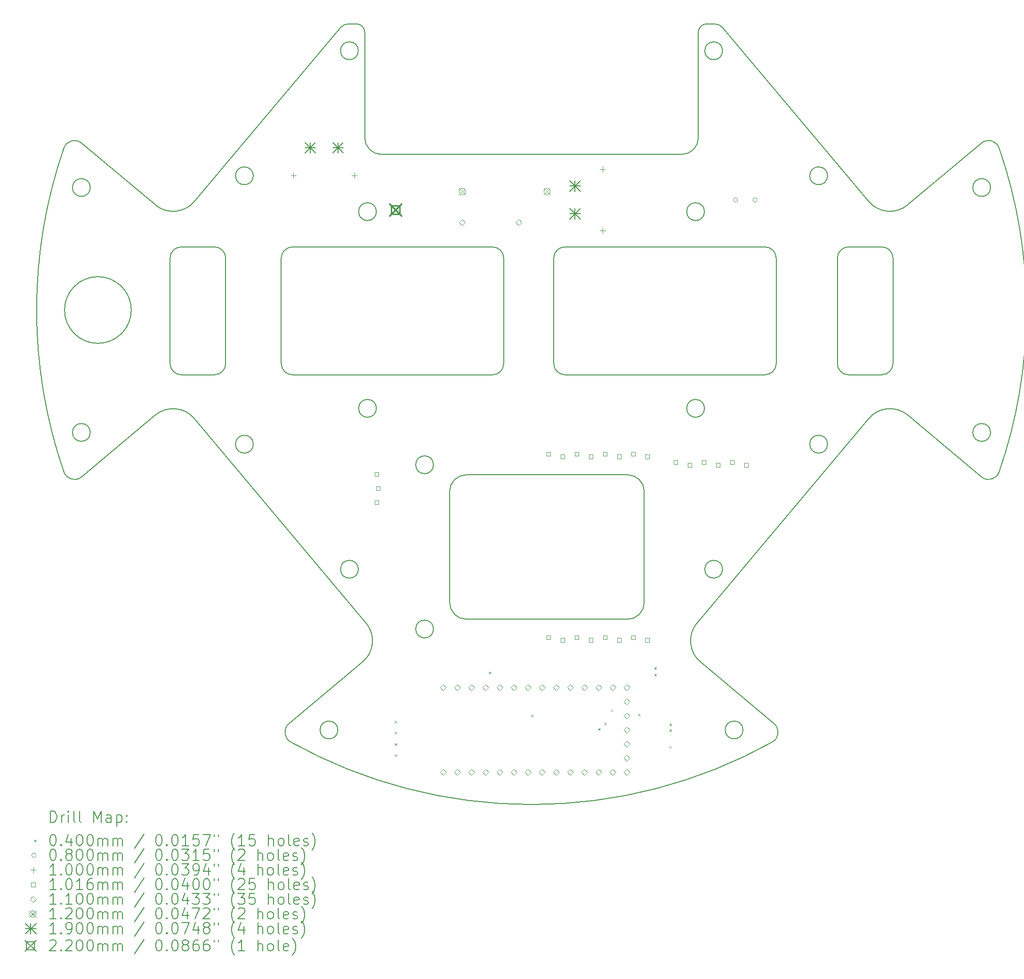
<source format=gbr>
%FSLAX45Y45*%
G04 Gerber Fmt 4.5, Leading zero omitted, Abs format (unit mm)*
G04 Created by KiCad (PCBNEW (6.0.0-0)) date 2022-03-22 21:17:25*
%MOMM*%
%LPD*%
G01*
G04 APERTURE LIST*
%TA.AperFunction,Profile*%
%ADD10C,0.200000*%
%TD*%
%ADD11C,0.200000*%
%ADD12C,0.040000*%
%ADD13C,0.080000*%
%ADD14C,0.100000*%
%ADD15C,0.101600*%
%ADD16C,0.110000*%
%ADD17C,0.120000*%
%ADD18C,0.190000*%
%ADD19C,0.220000*%
G04 APERTURE END LIST*
D10*
X16936061Y-17581324D02*
X15611600Y-16469970D01*
X8273000Y-11300000D02*
X11873000Y-11300000D01*
X14600000Y-13400000D02*
X14600000Y-15400000D01*
X12573000Y-19034600D02*
G75*
G03*
X16904848Y-17909244I0J8900000D01*
G01*
X11873000Y-11300000D02*
G75*
G03*
X12073000Y-11100000I0J200000D01*
G01*
X14600000Y-13400000D02*
G75*
G03*
X14300000Y-13100000I-300000J0D01*
G01*
X13173000Y-11300000D02*
X16773000Y-11300000D01*
X15723000Y-4984600D02*
G75*
G03*
X15573000Y-5134600I0J-150000D01*
G01*
X5806231Y-12026912D02*
X4481771Y-13138266D01*
X4164253Y-7218615D02*
G75*
G03*
X4164253Y-13050585I8408748J-2915985D01*
G01*
X20664229Y-13138266D02*
G75*
G03*
X20981747Y-13050585I128558J153209D01*
G01*
X9596028Y-15765554D02*
X6510647Y-12088540D01*
X4481771Y-7130934D02*
G75*
G03*
X4164253Y-7218615I-128558J-153209D01*
G01*
X9783000Y-11904600D02*
G75*
G03*
X9783000Y-11904600I-160000J0D01*
G01*
X8209939Y-17581324D02*
G75*
G03*
X8241152Y-17909244I128558J-153209D01*
G01*
X17896493Y-12549835D02*
G75*
G03*
X17896493Y-12549835I-160000J0D01*
G01*
X9534400Y-16469970D02*
G75*
G03*
X9596028Y-15765554I-321394J383022D01*
G01*
X12573000Y-7334600D02*
X15273000Y-7334600D01*
X9423000Y-4984600D02*
X9285722Y-4984600D01*
X18073000Y-11100000D02*
G75*
G03*
X18273000Y-11300000I200000J0D01*
G01*
X20828355Y-7930667D02*
G75*
G03*
X20828355Y-7930667I-160000J0D01*
G01*
X6510647Y-12088540D02*
G75*
G03*
X5806231Y-12026912I-383022J-321394D01*
G01*
X5375000Y-10135000D02*
G75*
G03*
X5375000Y-10135000I-600000J0D01*
G01*
X20981747Y-13050585D02*
G75*
G03*
X20981747Y-7218615I-8408748J2915985D01*
G01*
X7569507Y-12549835D02*
G75*
G03*
X7569507Y-12549835I-160000J0D01*
G01*
X16773000Y-9000000D02*
X13173000Y-9000000D01*
X13173000Y-9000000D02*
G75*
G03*
X12973000Y-9200000I0J-200000D01*
G01*
X18273000Y-9000000D02*
G75*
G03*
X18073000Y-9200000I0J-200000D01*
G01*
X15573000Y-5134600D02*
X15573000Y-7034600D01*
X9573000Y-5134600D02*
X9573000Y-7034600D01*
X8273000Y-9000000D02*
G75*
G03*
X8073000Y-9200000I0J-200000D01*
G01*
X18073000Y-9200000D02*
X18073000Y-11100000D01*
X15273000Y-7334600D02*
G75*
G03*
X15573000Y-7034600I0J300000D01*
G01*
X18873000Y-11300000D02*
G75*
G03*
X19073000Y-11100000I0J200000D01*
G01*
X12973000Y-9200000D02*
X12973000Y-11100000D01*
X19073000Y-11100000D02*
X19073000Y-9200000D01*
X8073000Y-9200000D02*
X8073000Y-11100000D01*
X18873000Y-9000000D02*
X18273000Y-9000000D01*
X7073000Y-9200000D02*
G75*
G03*
X6873000Y-9000000I-200000J0D01*
G01*
X11100000Y-15400000D02*
G75*
G03*
X11400000Y-15700000I300000J0D01*
G01*
X12973000Y-11100000D02*
G75*
G03*
X13173000Y-11300000I200000J0D01*
G01*
X18635353Y-8180660D02*
X16013487Y-5056042D01*
X20981747Y-7218615D02*
G75*
G03*
X20664229Y-7130934I-188961J-65528D01*
G01*
X6073000Y-11100000D02*
G75*
G03*
X6273000Y-11300000I200000J0D01*
G01*
X8241152Y-17909244D02*
G75*
G03*
X12573000Y-19034600I4331848J7774644D01*
G01*
X9090454Y-17692640D02*
G75*
G03*
X9090454Y-17692640I-160000J0D01*
G01*
X9783000Y-8364600D02*
G75*
G03*
X9783000Y-8364600I-160000J0D01*
G01*
X9573000Y-7034600D02*
G75*
G03*
X9873000Y-7334600I300000J0D01*
G01*
X7569507Y-7719365D02*
G75*
G03*
X7569507Y-7719365I-160000J0D01*
G01*
X16013487Y-5056042D02*
G75*
G03*
X15860278Y-4984600I-153209J-128557D01*
G01*
X5806231Y-8242288D02*
G75*
G03*
X6510647Y-8180660I321394J383022D01*
G01*
X4637645Y-12338533D02*
G75*
G03*
X4637645Y-12338533I-160000J0D01*
G01*
X11100000Y-15400000D02*
X11100000Y-13400000D01*
X16008173Y-5468953D02*
G75*
G03*
X16008173Y-5468953I-160000J0D01*
G01*
X15549972Y-15765554D02*
X18635353Y-12088540D01*
X15683000Y-8364600D02*
G75*
G03*
X15683000Y-8364600I-160000J0D01*
G01*
X7073000Y-9200000D02*
X7073000Y-11100000D01*
X9457827Y-14800247D02*
G75*
G03*
X9457827Y-14800247I-160000J0D01*
G01*
X20664229Y-7130934D02*
X19339769Y-8242288D01*
X8073000Y-11100000D02*
G75*
G03*
X8273000Y-11300000I200000J0D01*
G01*
X19339769Y-12026912D02*
X20664229Y-13138266D01*
X16008173Y-14800247D02*
G75*
G03*
X16008173Y-14800247I-160000J0D01*
G01*
X11400000Y-13100000D02*
G75*
G03*
X11100000Y-13400000I0J-300000D01*
G01*
X15723000Y-4984600D02*
X15860278Y-4984600D01*
X11873000Y-9000000D02*
X8273000Y-9000000D01*
X14300000Y-15700000D02*
X11400000Y-15700000D01*
X18635353Y-8180660D02*
G75*
G03*
X19339769Y-8242288I383022J321394D01*
G01*
X6510647Y-8180660D02*
X9132513Y-5056042D01*
X16904848Y-17909244D02*
G75*
G03*
X16936061Y-17581324I-97345J174711D01*
G01*
X8209939Y-17581324D02*
X9534400Y-16469970D01*
X6873000Y-11300000D02*
G75*
G03*
X7073000Y-11100000I0J200000D01*
G01*
X10810000Y-12920000D02*
G75*
G03*
X10810000Y-12920000I-160000J0D01*
G01*
X11400000Y-13100000D02*
X14300000Y-13100000D01*
X20828355Y-12338533D02*
G75*
G03*
X20828355Y-12338533I-160000J0D01*
G01*
X17896493Y-7719365D02*
G75*
G03*
X17896493Y-7719365I-160000J0D01*
G01*
X4164253Y-13050585D02*
G75*
G03*
X4481771Y-13138266I188961J65528D01*
G01*
X6073000Y-11100000D02*
X6073000Y-9200000D01*
X12573000Y-7334600D02*
X9873000Y-7334600D01*
X12073000Y-11100000D02*
X12073000Y-9200000D01*
X4481771Y-7130934D02*
X5806231Y-8242288D01*
X4637645Y-7930667D02*
G75*
G03*
X4637645Y-7930667I-160000J0D01*
G01*
X19339769Y-12026912D02*
G75*
G03*
X18635353Y-12088540I-321394J-383022D01*
G01*
X6873000Y-11300000D02*
X6273000Y-11300000D01*
X18273000Y-11300000D02*
X18873000Y-11300000D01*
X15683000Y-11904600D02*
G75*
G03*
X15683000Y-11904600I-160000J0D01*
G01*
X19073000Y-9200000D02*
G75*
G03*
X18873000Y-9000000I-200000J0D01*
G01*
X16773000Y-11300000D02*
G75*
G03*
X16973000Y-11100000I0J200000D01*
G01*
X6273000Y-9000000D02*
X6873000Y-9000000D01*
X9573000Y-5134600D02*
G75*
G03*
X9423000Y-4984600I-150000J0D01*
G01*
X16973000Y-11100000D02*
X16973000Y-9200000D01*
X15549972Y-15765554D02*
G75*
G03*
X15611600Y-16469970I383022J-321394D01*
G01*
X9285722Y-4984600D02*
G75*
G03*
X9132513Y-5056042I0J-200000D01*
G01*
X16375546Y-17692640D02*
G75*
G03*
X16375546Y-17692640I-160000J0D01*
G01*
X16973000Y-9200000D02*
G75*
G03*
X16773000Y-9000000I-200000J0D01*
G01*
X9457827Y-5468953D02*
G75*
G03*
X9457827Y-5468953I-160000J0D01*
G01*
X12073000Y-9200000D02*
G75*
G03*
X11873000Y-9000000I-200000J0D01*
G01*
X10810000Y-15876000D02*
G75*
G03*
X10810000Y-15876000I-160000J0D01*
G01*
X6273000Y-9000000D02*
G75*
G03*
X6073000Y-9200000I0J-200000D01*
G01*
X14300000Y-15700000D02*
G75*
G03*
X14600000Y-15400000I0J300000D01*
G01*
D11*
D12*
X10110000Y-17530000D02*
X10150000Y-17570000D01*
X10150000Y-17530000D02*
X10110000Y-17570000D01*
X10110000Y-17720000D02*
X10150000Y-17760000D01*
X10150000Y-17720000D02*
X10110000Y-17760000D01*
X10110000Y-17930000D02*
X10150000Y-17970000D01*
X10150000Y-17930000D02*
X10110000Y-17970000D01*
X10110000Y-18130000D02*
X10150000Y-18170000D01*
X10150000Y-18130000D02*
X10110000Y-18170000D01*
X11803700Y-16642400D02*
X11843700Y-16682400D01*
X11843700Y-16642400D02*
X11803700Y-16682400D01*
X12565700Y-17417100D02*
X12605700Y-17457100D01*
X12605700Y-17417100D02*
X12565700Y-17457100D01*
X13770000Y-17660000D02*
X13810000Y-17700000D01*
X13810000Y-17660000D02*
X13770000Y-17700000D01*
X13880000Y-17560000D02*
X13920000Y-17600000D01*
X13920000Y-17560000D02*
X13880000Y-17600000D01*
X14000000Y-17320000D02*
X14040000Y-17360000D01*
X14040000Y-17320000D02*
X14000000Y-17360000D01*
X14490000Y-17400000D02*
X14530000Y-17440000D01*
X14530000Y-17400000D02*
X14490000Y-17440000D01*
X14780000Y-16560000D02*
X14820000Y-16600000D01*
X14820000Y-16560000D02*
X14780000Y-16600000D01*
X14780000Y-16680000D02*
X14820000Y-16720000D01*
X14820000Y-16680000D02*
X14780000Y-16720000D01*
X15050000Y-17580000D02*
X15090000Y-17620000D01*
X15090000Y-17580000D02*
X15050000Y-17620000D01*
X15050000Y-17680000D02*
X15090000Y-17720000D01*
X15090000Y-17680000D02*
X15050000Y-17720000D01*
X15050000Y-17980000D02*
X15090000Y-18020000D01*
X15090000Y-17980000D02*
X15050000Y-18020000D01*
D13*
X16283135Y-8153400D02*
G75*
G03*
X16283135Y-8153400I-40000J0D01*
G01*
X16633135Y-8153400D02*
G75*
G03*
X16633135Y-8153400I-40000J0D01*
G01*
D14*
X8293200Y-7663600D02*
X8293200Y-7763600D01*
X8243200Y-7713600D02*
X8343200Y-7713600D01*
X9393200Y-7663600D02*
X9393200Y-7763600D01*
X9343200Y-7713600D02*
X9443200Y-7713600D01*
X13855000Y-7553400D02*
X13855000Y-7653400D01*
X13805000Y-7603400D02*
X13905000Y-7603400D01*
X13855000Y-8653400D02*
X13855000Y-8753400D01*
X13805000Y-8703400D02*
X13905000Y-8703400D01*
D15*
X9823221Y-13127921D02*
X9823221Y-13056079D01*
X9751379Y-13056079D01*
X9751379Y-13127921D01*
X9823221Y-13127921D01*
X9823221Y-13635921D02*
X9823221Y-13564079D01*
X9751379Y-13564079D01*
X9751379Y-13635921D01*
X9823221Y-13635921D01*
X9848621Y-13381921D02*
X9848621Y-13310079D01*
X9776779Y-13310079D01*
X9776779Y-13381921D01*
X9848621Y-13381921D01*
X12913721Y-12763861D02*
X12913721Y-12692019D01*
X12841879Y-12692019D01*
X12841879Y-12763861D01*
X12913721Y-12763861D01*
X12913721Y-16063321D02*
X12913721Y-15991479D01*
X12841879Y-15991479D01*
X12841879Y-16063321D01*
X12913721Y-16063321D01*
X13167721Y-12809581D02*
X13167721Y-12737739D01*
X13095879Y-12737739D01*
X13095879Y-12809581D01*
X13167721Y-12809581D01*
X13167721Y-16109041D02*
X13167721Y-16037199D01*
X13095879Y-16037199D01*
X13095879Y-16109041D01*
X13167721Y-16109041D01*
X13421721Y-12763861D02*
X13421721Y-12692019D01*
X13349879Y-12692019D01*
X13349879Y-12763861D01*
X13421721Y-12763861D01*
X13421721Y-16063321D02*
X13421721Y-15991479D01*
X13349879Y-15991479D01*
X13349879Y-16063321D01*
X13421721Y-16063321D01*
X13675721Y-12809581D02*
X13675721Y-12737739D01*
X13603879Y-12737739D01*
X13603879Y-12809581D01*
X13675721Y-12809581D01*
X13675721Y-16109041D02*
X13675721Y-16037199D01*
X13603879Y-16037199D01*
X13603879Y-16109041D01*
X13675721Y-16109041D01*
X13929721Y-12763861D02*
X13929721Y-12692019D01*
X13857879Y-12692019D01*
X13857879Y-12763861D01*
X13929721Y-12763861D01*
X13929721Y-16063321D02*
X13929721Y-15991479D01*
X13857879Y-15991479D01*
X13857879Y-16063321D01*
X13929721Y-16063321D01*
X14183721Y-12809581D02*
X14183721Y-12737739D01*
X14111879Y-12737739D01*
X14111879Y-12809581D01*
X14183721Y-12809581D01*
X14183721Y-16109041D02*
X14183721Y-16037199D01*
X14111879Y-16037199D01*
X14111879Y-16109041D01*
X14183721Y-16109041D01*
X14437721Y-12763861D02*
X14437721Y-12692019D01*
X14365879Y-12692019D01*
X14365879Y-12763861D01*
X14437721Y-12763861D01*
X14437721Y-16063321D02*
X14437721Y-15991479D01*
X14365879Y-15991479D01*
X14365879Y-16063321D01*
X14437721Y-16063321D01*
X14691721Y-12809581D02*
X14691721Y-12737739D01*
X14619879Y-12737739D01*
X14619879Y-12809581D01*
X14691721Y-12809581D01*
X14691721Y-16109041D02*
X14691721Y-16037199D01*
X14619879Y-16037199D01*
X14619879Y-16109041D01*
X14691721Y-16109041D01*
X15200921Y-12910521D02*
X15200921Y-12838679D01*
X15129079Y-12838679D01*
X15129079Y-12910521D01*
X15200921Y-12910521D01*
X15454921Y-12961321D02*
X15454921Y-12889479D01*
X15383079Y-12889479D01*
X15383079Y-12961321D01*
X15454921Y-12961321D01*
X15708921Y-12910521D02*
X15708921Y-12838679D01*
X15637079Y-12838679D01*
X15637079Y-12910521D01*
X15708921Y-12910521D01*
X15962921Y-12961321D02*
X15962921Y-12889479D01*
X15891079Y-12889479D01*
X15891079Y-12961321D01*
X15962921Y-12961321D01*
X16216921Y-12910521D02*
X16216921Y-12838679D01*
X16145079Y-12838679D01*
X16145079Y-12910521D01*
X16216921Y-12910521D01*
X16470921Y-12961321D02*
X16470921Y-12889479D01*
X16399079Y-12889479D01*
X16399079Y-12961321D01*
X16470921Y-12961321D01*
D16*
X10985500Y-16983000D02*
X11040500Y-16928000D01*
X10985500Y-16873000D01*
X10930500Y-16928000D01*
X10985500Y-16983000D01*
X10985500Y-18507000D02*
X11040500Y-18452000D01*
X10985500Y-18397000D01*
X10930500Y-18452000D01*
X10985500Y-18507000D01*
X11239500Y-16983000D02*
X11294500Y-16928000D01*
X11239500Y-16873000D01*
X11184500Y-16928000D01*
X11239500Y-16983000D01*
X11239500Y-18507000D02*
X11294500Y-18452000D01*
X11239500Y-18397000D01*
X11184500Y-18452000D01*
X11239500Y-18507000D01*
X11328400Y-8614800D02*
X11383400Y-8559800D01*
X11328400Y-8504800D01*
X11273400Y-8559800D01*
X11328400Y-8614800D01*
X11493500Y-16983000D02*
X11548500Y-16928000D01*
X11493500Y-16873000D01*
X11438500Y-16928000D01*
X11493500Y-16983000D01*
X11493500Y-18507000D02*
X11548500Y-18452000D01*
X11493500Y-18397000D01*
X11438500Y-18452000D01*
X11493500Y-18507000D01*
X11747500Y-16983000D02*
X11802500Y-16928000D01*
X11747500Y-16873000D01*
X11692500Y-16928000D01*
X11747500Y-16983000D01*
X11747500Y-18507000D02*
X11802500Y-18452000D01*
X11747500Y-18397000D01*
X11692500Y-18452000D01*
X11747500Y-18507000D01*
X12001500Y-16983000D02*
X12056500Y-16928000D01*
X12001500Y-16873000D01*
X11946500Y-16928000D01*
X12001500Y-16983000D01*
X12001500Y-18507000D02*
X12056500Y-18452000D01*
X12001500Y-18397000D01*
X11946500Y-18452000D01*
X12001500Y-18507000D01*
X12255500Y-16983000D02*
X12310500Y-16928000D01*
X12255500Y-16873000D01*
X12200500Y-16928000D01*
X12255500Y-16983000D01*
X12255500Y-18507000D02*
X12310500Y-18452000D01*
X12255500Y-18397000D01*
X12200500Y-18452000D01*
X12255500Y-18507000D01*
X12344400Y-8614800D02*
X12399400Y-8559800D01*
X12344400Y-8504800D01*
X12289400Y-8559800D01*
X12344400Y-8614800D01*
X12509500Y-16983000D02*
X12564500Y-16928000D01*
X12509500Y-16873000D01*
X12454500Y-16928000D01*
X12509500Y-16983000D01*
X12509500Y-18507000D02*
X12564500Y-18452000D01*
X12509500Y-18397000D01*
X12454500Y-18452000D01*
X12509500Y-18507000D01*
X12763500Y-16983000D02*
X12818500Y-16928000D01*
X12763500Y-16873000D01*
X12708500Y-16928000D01*
X12763500Y-16983000D01*
X12763500Y-18507000D02*
X12818500Y-18452000D01*
X12763500Y-18397000D01*
X12708500Y-18452000D01*
X12763500Y-18507000D01*
X13017500Y-16983000D02*
X13072500Y-16928000D01*
X13017500Y-16873000D01*
X12962500Y-16928000D01*
X13017500Y-16983000D01*
X13017500Y-18507000D02*
X13072500Y-18452000D01*
X13017500Y-18397000D01*
X12962500Y-18452000D01*
X13017500Y-18507000D01*
X13271500Y-16983000D02*
X13326500Y-16928000D01*
X13271500Y-16873000D01*
X13216500Y-16928000D01*
X13271500Y-16983000D01*
X13271500Y-18507000D02*
X13326500Y-18452000D01*
X13271500Y-18397000D01*
X13216500Y-18452000D01*
X13271500Y-18507000D01*
X13525500Y-16983000D02*
X13580500Y-16928000D01*
X13525500Y-16873000D01*
X13470500Y-16928000D01*
X13525500Y-16983000D01*
X13525500Y-18507000D02*
X13580500Y-18452000D01*
X13525500Y-18397000D01*
X13470500Y-18452000D01*
X13525500Y-18507000D01*
X13779500Y-16983000D02*
X13834500Y-16928000D01*
X13779500Y-16873000D01*
X13724500Y-16928000D01*
X13779500Y-16983000D01*
X13779500Y-18507000D02*
X13834500Y-18452000D01*
X13779500Y-18397000D01*
X13724500Y-18452000D01*
X13779500Y-18507000D01*
X14033500Y-16983000D02*
X14088500Y-16928000D01*
X14033500Y-16873000D01*
X13978500Y-16928000D01*
X14033500Y-16983000D01*
X14033500Y-18507000D02*
X14088500Y-18452000D01*
X14033500Y-18397000D01*
X13978500Y-18452000D01*
X14033500Y-18507000D01*
X14287500Y-16983000D02*
X14342500Y-16928000D01*
X14287500Y-16873000D01*
X14232500Y-16928000D01*
X14287500Y-16983000D01*
X14287500Y-17237000D02*
X14342500Y-17182000D01*
X14287500Y-17127000D01*
X14232500Y-17182000D01*
X14287500Y-17237000D01*
X14287500Y-17491000D02*
X14342500Y-17436000D01*
X14287500Y-17381000D01*
X14232500Y-17436000D01*
X14287500Y-17491000D01*
X14287500Y-17745000D02*
X14342500Y-17690000D01*
X14287500Y-17635000D01*
X14232500Y-17690000D01*
X14287500Y-17745000D01*
X14287500Y-17999000D02*
X14342500Y-17944000D01*
X14287500Y-17889000D01*
X14232500Y-17944000D01*
X14287500Y-17999000D01*
X14287500Y-18253000D02*
X14342500Y-18198000D01*
X14287500Y-18143000D01*
X14232500Y-18198000D01*
X14287500Y-18253000D01*
X14287500Y-18507000D02*
X14342500Y-18452000D01*
X14287500Y-18397000D01*
X14232500Y-18452000D01*
X14287500Y-18507000D01*
D17*
X11268400Y-7942800D02*
X11388400Y-8062800D01*
X11388400Y-7942800D02*
X11268400Y-8062800D01*
X11388400Y-8002800D02*
G75*
G03*
X11388400Y-8002800I-60000J0D01*
G01*
X12792400Y-7942800D02*
X12912400Y-8062800D01*
X12912400Y-7942800D02*
X12792400Y-8062800D01*
X12912400Y-8002800D02*
G75*
G03*
X12912400Y-8002800I-60000J0D01*
G01*
D18*
X8498200Y-7118600D02*
X8688200Y-7308600D01*
X8688200Y-7118600D02*
X8498200Y-7308600D01*
X8593200Y-7118600D02*
X8593200Y-7308600D01*
X8498200Y-7213600D02*
X8688200Y-7213600D01*
X8998200Y-7118600D02*
X9188200Y-7308600D01*
X9188200Y-7118600D02*
X8998200Y-7308600D01*
X9093200Y-7118600D02*
X9093200Y-7308600D01*
X8998200Y-7213600D02*
X9188200Y-7213600D01*
X13260000Y-7808400D02*
X13450000Y-7998400D01*
X13450000Y-7808400D02*
X13260000Y-7998400D01*
X13355000Y-7808400D02*
X13355000Y-7998400D01*
X13260000Y-7903400D02*
X13450000Y-7903400D01*
X13260000Y-8308400D02*
X13450000Y-8498400D01*
X13450000Y-8308400D02*
X13260000Y-8498400D01*
X13355000Y-8308400D02*
X13355000Y-8498400D01*
X13260000Y-8403400D02*
X13450000Y-8403400D01*
D19*
X10018302Y-8221200D02*
X10238302Y-8441200D01*
X10238302Y-8221200D02*
X10018302Y-8441200D01*
X10206084Y-8408983D02*
X10206084Y-8253417D01*
X10050519Y-8253417D01*
X10050519Y-8408983D01*
X10206084Y-8408983D01*
D11*
X3920619Y-19355076D02*
X3920619Y-19155076D01*
X3968238Y-19155076D01*
X3996809Y-19164600D01*
X4015857Y-19183648D01*
X4025381Y-19202695D01*
X4034905Y-19240790D01*
X4034905Y-19269362D01*
X4025381Y-19307457D01*
X4015857Y-19326505D01*
X3996809Y-19345552D01*
X3968238Y-19355076D01*
X3920619Y-19355076D01*
X4120619Y-19355076D02*
X4120619Y-19221743D01*
X4120619Y-19259838D02*
X4130143Y-19240790D01*
X4139667Y-19231267D01*
X4158714Y-19221743D01*
X4177762Y-19221743D01*
X4244429Y-19355076D02*
X4244429Y-19221743D01*
X4244429Y-19155076D02*
X4234905Y-19164600D01*
X4244429Y-19174124D01*
X4253952Y-19164600D01*
X4244429Y-19155076D01*
X4244429Y-19174124D01*
X4368238Y-19355076D02*
X4349190Y-19345552D01*
X4339667Y-19326505D01*
X4339667Y-19155076D01*
X4473000Y-19355076D02*
X4453952Y-19345552D01*
X4444429Y-19326505D01*
X4444429Y-19155076D01*
X4701571Y-19355076D02*
X4701571Y-19155076D01*
X4768238Y-19297933D01*
X4834905Y-19155076D01*
X4834905Y-19355076D01*
X5015857Y-19355076D02*
X5015857Y-19250314D01*
X5006333Y-19231267D01*
X4987286Y-19221743D01*
X4949190Y-19221743D01*
X4930143Y-19231267D01*
X5015857Y-19345552D02*
X4996810Y-19355076D01*
X4949190Y-19355076D01*
X4930143Y-19345552D01*
X4920619Y-19326505D01*
X4920619Y-19307457D01*
X4930143Y-19288410D01*
X4949190Y-19278886D01*
X4996810Y-19278886D01*
X5015857Y-19269362D01*
X5111095Y-19221743D02*
X5111095Y-19421743D01*
X5111095Y-19231267D02*
X5130143Y-19221743D01*
X5168238Y-19221743D01*
X5187286Y-19231267D01*
X5196810Y-19240790D01*
X5206333Y-19259838D01*
X5206333Y-19316981D01*
X5196810Y-19336029D01*
X5187286Y-19345552D01*
X5168238Y-19355076D01*
X5130143Y-19355076D01*
X5111095Y-19345552D01*
X5292048Y-19336029D02*
X5301571Y-19345552D01*
X5292048Y-19355076D01*
X5282524Y-19345552D01*
X5292048Y-19336029D01*
X5292048Y-19355076D01*
X5292048Y-19231267D02*
X5301571Y-19240790D01*
X5292048Y-19250314D01*
X5282524Y-19240790D01*
X5292048Y-19231267D01*
X5292048Y-19250314D01*
D12*
X3623000Y-19664600D02*
X3663000Y-19704600D01*
X3663000Y-19664600D02*
X3623000Y-19704600D01*
D11*
X3958714Y-19575076D02*
X3977762Y-19575076D01*
X3996809Y-19584600D01*
X4006333Y-19594124D01*
X4015857Y-19613171D01*
X4025381Y-19651267D01*
X4025381Y-19698886D01*
X4015857Y-19736981D01*
X4006333Y-19756029D01*
X3996809Y-19765552D01*
X3977762Y-19775076D01*
X3958714Y-19775076D01*
X3939667Y-19765552D01*
X3930143Y-19756029D01*
X3920619Y-19736981D01*
X3911095Y-19698886D01*
X3911095Y-19651267D01*
X3920619Y-19613171D01*
X3930143Y-19594124D01*
X3939667Y-19584600D01*
X3958714Y-19575076D01*
X4111095Y-19756029D02*
X4120619Y-19765552D01*
X4111095Y-19775076D01*
X4101571Y-19765552D01*
X4111095Y-19756029D01*
X4111095Y-19775076D01*
X4292048Y-19641743D02*
X4292048Y-19775076D01*
X4244429Y-19565552D02*
X4196810Y-19708410D01*
X4320619Y-19708410D01*
X4434905Y-19575076D02*
X4453952Y-19575076D01*
X4473000Y-19584600D01*
X4482524Y-19594124D01*
X4492048Y-19613171D01*
X4501571Y-19651267D01*
X4501571Y-19698886D01*
X4492048Y-19736981D01*
X4482524Y-19756029D01*
X4473000Y-19765552D01*
X4453952Y-19775076D01*
X4434905Y-19775076D01*
X4415857Y-19765552D01*
X4406333Y-19756029D01*
X4396810Y-19736981D01*
X4387286Y-19698886D01*
X4387286Y-19651267D01*
X4396810Y-19613171D01*
X4406333Y-19594124D01*
X4415857Y-19584600D01*
X4434905Y-19575076D01*
X4625381Y-19575076D02*
X4644429Y-19575076D01*
X4663476Y-19584600D01*
X4673000Y-19594124D01*
X4682524Y-19613171D01*
X4692048Y-19651267D01*
X4692048Y-19698886D01*
X4682524Y-19736981D01*
X4673000Y-19756029D01*
X4663476Y-19765552D01*
X4644429Y-19775076D01*
X4625381Y-19775076D01*
X4606333Y-19765552D01*
X4596810Y-19756029D01*
X4587286Y-19736981D01*
X4577762Y-19698886D01*
X4577762Y-19651267D01*
X4587286Y-19613171D01*
X4596810Y-19594124D01*
X4606333Y-19584600D01*
X4625381Y-19575076D01*
X4777762Y-19775076D02*
X4777762Y-19641743D01*
X4777762Y-19660790D02*
X4787286Y-19651267D01*
X4806333Y-19641743D01*
X4834905Y-19641743D01*
X4853952Y-19651267D01*
X4863476Y-19670314D01*
X4863476Y-19775076D01*
X4863476Y-19670314D02*
X4873000Y-19651267D01*
X4892048Y-19641743D01*
X4920619Y-19641743D01*
X4939667Y-19651267D01*
X4949190Y-19670314D01*
X4949190Y-19775076D01*
X5044429Y-19775076D02*
X5044429Y-19641743D01*
X5044429Y-19660790D02*
X5053952Y-19651267D01*
X5073000Y-19641743D01*
X5101571Y-19641743D01*
X5120619Y-19651267D01*
X5130143Y-19670314D01*
X5130143Y-19775076D01*
X5130143Y-19670314D02*
X5139667Y-19651267D01*
X5158714Y-19641743D01*
X5187286Y-19641743D01*
X5206333Y-19651267D01*
X5215857Y-19670314D01*
X5215857Y-19775076D01*
X5606333Y-19565552D02*
X5434905Y-19822695D01*
X5863476Y-19575076D02*
X5882524Y-19575076D01*
X5901571Y-19584600D01*
X5911095Y-19594124D01*
X5920619Y-19613171D01*
X5930143Y-19651267D01*
X5930143Y-19698886D01*
X5920619Y-19736981D01*
X5911095Y-19756029D01*
X5901571Y-19765552D01*
X5882524Y-19775076D01*
X5863476Y-19775076D01*
X5844428Y-19765552D01*
X5834905Y-19756029D01*
X5825381Y-19736981D01*
X5815857Y-19698886D01*
X5815857Y-19651267D01*
X5825381Y-19613171D01*
X5834905Y-19594124D01*
X5844428Y-19584600D01*
X5863476Y-19575076D01*
X6015857Y-19756029D02*
X6025381Y-19765552D01*
X6015857Y-19775076D01*
X6006333Y-19765552D01*
X6015857Y-19756029D01*
X6015857Y-19775076D01*
X6149190Y-19575076D02*
X6168238Y-19575076D01*
X6187286Y-19584600D01*
X6196809Y-19594124D01*
X6206333Y-19613171D01*
X6215857Y-19651267D01*
X6215857Y-19698886D01*
X6206333Y-19736981D01*
X6196809Y-19756029D01*
X6187286Y-19765552D01*
X6168238Y-19775076D01*
X6149190Y-19775076D01*
X6130143Y-19765552D01*
X6120619Y-19756029D01*
X6111095Y-19736981D01*
X6101571Y-19698886D01*
X6101571Y-19651267D01*
X6111095Y-19613171D01*
X6120619Y-19594124D01*
X6130143Y-19584600D01*
X6149190Y-19575076D01*
X6406333Y-19775076D02*
X6292048Y-19775076D01*
X6349190Y-19775076D02*
X6349190Y-19575076D01*
X6330143Y-19603648D01*
X6311095Y-19622695D01*
X6292048Y-19632219D01*
X6587286Y-19575076D02*
X6492048Y-19575076D01*
X6482524Y-19670314D01*
X6492048Y-19660790D01*
X6511095Y-19651267D01*
X6558714Y-19651267D01*
X6577762Y-19660790D01*
X6587286Y-19670314D01*
X6596809Y-19689362D01*
X6596809Y-19736981D01*
X6587286Y-19756029D01*
X6577762Y-19765552D01*
X6558714Y-19775076D01*
X6511095Y-19775076D01*
X6492048Y-19765552D01*
X6482524Y-19756029D01*
X6663476Y-19575076D02*
X6796809Y-19575076D01*
X6711095Y-19775076D01*
X6863476Y-19575076D02*
X6863476Y-19613171D01*
X6939667Y-19575076D02*
X6939667Y-19613171D01*
X7234905Y-19851267D02*
X7225381Y-19841743D01*
X7206333Y-19813171D01*
X7196809Y-19794124D01*
X7187286Y-19765552D01*
X7177762Y-19717933D01*
X7177762Y-19679838D01*
X7187286Y-19632219D01*
X7196809Y-19603648D01*
X7206333Y-19584600D01*
X7225381Y-19556029D01*
X7234905Y-19546505D01*
X7415857Y-19775076D02*
X7301571Y-19775076D01*
X7358714Y-19775076D02*
X7358714Y-19575076D01*
X7339667Y-19603648D01*
X7320619Y-19622695D01*
X7301571Y-19632219D01*
X7596809Y-19575076D02*
X7501571Y-19575076D01*
X7492048Y-19670314D01*
X7501571Y-19660790D01*
X7520619Y-19651267D01*
X7568238Y-19651267D01*
X7587286Y-19660790D01*
X7596809Y-19670314D01*
X7606333Y-19689362D01*
X7606333Y-19736981D01*
X7596809Y-19756029D01*
X7587286Y-19765552D01*
X7568238Y-19775076D01*
X7520619Y-19775076D01*
X7501571Y-19765552D01*
X7492048Y-19756029D01*
X7844428Y-19775076D02*
X7844428Y-19575076D01*
X7930143Y-19775076D02*
X7930143Y-19670314D01*
X7920619Y-19651267D01*
X7901571Y-19641743D01*
X7873000Y-19641743D01*
X7853952Y-19651267D01*
X7844428Y-19660790D01*
X8053952Y-19775076D02*
X8034905Y-19765552D01*
X8025381Y-19756029D01*
X8015857Y-19736981D01*
X8015857Y-19679838D01*
X8025381Y-19660790D01*
X8034905Y-19651267D01*
X8053952Y-19641743D01*
X8082524Y-19641743D01*
X8101571Y-19651267D01*
X8111095Y-19660790D01*
X8120619Y-19679838D01*
X8120619Y-19736981D01*
X8111095Y-19756029D01*
X8101571Y-19765552D01*
X8082524Y-19775076D01*
X8053952Y-19775076D01*
X8234905Y-19775076D02*
X8215857Y-19765552D01*
X8206333Y-19746505D01*
X8206333Y-19575076D01*
X8387286Y-19765552D02*
X8368238Y-19775076D01*
X8330143Y-19775076D01*
X8311095Y-19765552D01*
X8301571Y-19746505D01*
X8301571Y-19670314D01*
X8311095Y-19651267D01*
X8330143Y-19641743D01*
X8368238Y-19641743D01*
X8387286Y-19651267D01*
X8396810Y-19670314D01*
X8396810Y-19689362D01*
X8301571Y-19708410D01*
X8473000Y-19765552D02*
X8492048Y-19775076D01*
X8530143Y-19775076D01*
X8549190Y-19765552D01*
X8558714Y-19746505D01*
X8558714Y-19736981D01*
X8549190Y-19717933D01*
X8530143Y-19708410D01*
X8501571Y-19708410D01*
X8482524Y-19698886D01*
X8473000Y-19679838D01*
X8473000Y-19670314D01*
X8482524Y-19651267D01*
X8501571Y-19641743D01*
X8530143Y-19641743D01*
X8549190Y-19651267D01*
X8625381Y-19851267D02*
X8634905Y-19841743D01*
X8653952Y-19813171D01*
X8663476Y-19794124D01*
X8673000Y-19765552D01*
X8682524Y-19717933D01*
X8682524Y-19679838D01*
X8673000Y-19632219D01*
X8663476Y-19603648D01*
X8653952Y-19584600D01*
X8634905Y-19556029D01*
X8625381Y-19546505D01*
D13*
X3663000Y-19948600D02*
G75*
G03*
X3663000Y-19948600I-40000J0D01*
G01*
D11*
X3958714Y-19839076D02*
X3977762Y-19839076D01*
X3996809Y-19848600D01*
X4006333Y-19858124D01*
X4015857Y-19877171D01*
X4025381Y-19915267D01*
X4025381Y-19962886D01*
X4015857Y-20000981D01*
X4006333Y-20020029D01*
X3996809Y-20029552D01*
X3977762Y-20039076D01*
X3958714Y-20039076D01*
X3939667Y-20029552D01*
X3930143Y-20020029D01*
X3920619Y-20000981D01*
X3911095Y-19962886D01*
X3911095Y-19915267D01*
X3920619Y-19877171D01*
X3930143Y-19858124D01*
X3939667Y-19848600D01*
X3958714Y-19839076D01*
X4111095Y-20020029D02*
X4120619Y-20029552D01*
X4111095Y-20039076D01*
X4101571Y-20029552D01*
X4111095Y-20020029D01*
X4111095Y-20039076D01*
X4234905Y-19924790D02*
X4215857Y-19915267D01*
X4206333Y-19905743D01*
X4196810Y-19886695D01*
X4196810Y-19877171D01*
X4206333Y-19858124D01*
X4215857Y-19848600D01*
X4234905Y-19839076D01*
X4273000Y-19839076D01*
X4292048Y-19848600D01*
X4301571Y-19858124D01*
X4311095Y-19877171D01*
X4311095Y-19886695D01*
X4301571Y-19905743D01*
X4292048Y-19915267D01*
X4273000Y-19924790D01*
X4234905Y-19924790D01*
X4215857Y-19934314D01*
X4206333Y-19943838D01*
X4196810Y-19962886D01*
X4196810Y-20000981D01*
X4206333Y-20020029D01*
X4215857Y-20029552D01*
X4234905Y-20039076D01*
X4273000Y-20039076D01*
X4292048Y-20029552D01*
X4301571Y-20020029D01*
X4311095Y-20000981D01*
X4311095Y-19962886D01*
X4301571Y-19943838D01*
X4292048Y-19934314D01*
X4273000Y-19924790D01*
X4434905Y-19839076D02*
X4453952Y-19839076D01*
X4473000Y-19848600D01*
X4482524Y-19858124D01*
X4492048Y-19877171D01*
X4501571Y-19915267D01*
X4501571Y-19962886D01*
X4492048Y-20000981D01*
X4482524Y-20020029D01*
X4473000Y-20029552D01*
X4453952Y-20039076D01*
X4434905Y-20039076D01*
X4415857Y-20029552D01*
X4406333Y-20020029D01*
X4396810Y-20000981D01*
X4387286Y-19962886D01*
X4387286Y-19915267D01*
X4396810Y-19877171D01*
X4406333Y-19858124D01*
X4415857Y-19848600D01*
X4434905Y-19839076D01*
X4625381Y-19839076D02*
X4644429Y-19839076D01*
X4663476Y-19848600D01*
X4673000Y-19858124D01*
X4682524Y-19877171D01*
X4692048Y-19915267D01*
X4692048Y-19962886D01*
X4682524Y-20000981D01*
X4673000Y-20020029D01*
X4663476Y-20029552D01*
X4644429Y-20039076D01*
X4625381Y-20039076D01*
X4606333Y-20029552D01*
X4596810Y-20020029D01*
X4587286Y-20000981D01*
X4577762Y-19962886D01*
X4577762Y-19915267D01*
X4587286Y-19877171D01*
X4596810Y-19858124D01*
X4606333Y-19848600D01*
X4625381Y-19839076D01*
X4777762Y-20039076D02*
X4777762Y-19905743D01*
X4777762Y-19924790D02*
X4787286Y-19915267D01*
X4806333Y-19905743D01*
X4834905Y-19905743D01*
X4853952Y-19915267D01*
X4863476Y-19934314D01*
X4863476Y-20039076D01*
X4863476Y-19934314D02*
X4873000Y-19915267D01*
X4892048Y-19905743D01*
X4920619Y-19905743D01*
X4939667Y-19915267D01*
X4949190Y-19934314D01*
X4949190Y-20039076D01*
X5044429Y-20039076D02*
X5044429Y-19905743D01*
X5044429Y-19924790D02*
X5053952Y-19915267D01*
X5073000Y-19905743D01*
X5101571Y-19905743D01*
X5120619Y-19915267D01*
X5130143Y-19934314D01*
X5130143Y-20039076D01*
X5130143Y-19934314D02*
X5139667Y-19915267D01*
X5158714Y-19905743D01*
X5187286Y-19905743D01*
X5206333Y-19915267D01*
X5215857Y-19934314D01*
X5215857Y-20039076D01*
X5606333Y-19829552D02*
X5434905Y-20086695D01*
X5863476Y-19839076D02*
X5882524Y-19839076D01*
X5901571Y-19848600D01*
X5911095Y-19858124D01*
X5920619Y-19877171D01*
X5930143Y-19915267D01*
X5930143Y-19962886D01*
X5920619Y-20000981D01*
X5911095Y-20020029D01*
X5901571Y-20029552D01*
X5882524Y-20039076D01*
X5863476Y-20039076D01*
X5844428Y-20029552D01*
X5834905Y-20020029D01*
X5825381Y-20000981D01*
X5815857Y-19962886D01*
X5815857Y-19915267D01*
X5825381Y-19877171D01*
X5834905Y-19858124D01*
X5844428Y-19848600D01*
X5863476Y-19839076D01*
X6015857Y-20020029D02*
X6025381Y-20029552D01*
X6015857Y-20039076D01*
X6006333Y-20029552D01*
X6015857Y-20020029D01*
X6015857Y-20039076D01*
X6149190Y-19839076D02*
X6168238Y-19839076D01*
X6187286Y-19848600D01*
X6196809Y-19858124D01*
X6206333Y-19877171D01*
X6215857Y-19915267D01*
X6215857Y-19962886D01*
X6206333Y-20000981D01*
X6196809Y-20020029D01*
X6187286Y-20029552D01*
X6168238Y-20039076D01*
X6149190Y-20039076D01*
X6130143Y-20029552D01*
X6120619Y-20020029D01*
X6111095Y-20000981D01*
X6101571Y-19962886D01*
X6101571Y-19915267D01*
X6111095Y-19877171D01*
X6120619Y-19858124D01*
X6130143Y-19848600D01*
X6149190Y-19839076D01*
X6282524Y-19839076D02*
X6406333Y-19839076D01*
X6339667Y-19915267D01*
X6368238Y-19915267D01*
X6387286Y-19924790D01*
X6396809Y-19934314D01*
X6406333Y-19953362D01*
X6406333Y-20000981D01*
X6396809Y-20020029D01*
X6387286Y-20029552D01*
X6368238Y-20039076D01*
X6311095Y-20039076D01*
X6292048Y-20029552D01*
X6282524Y-20020029D01*
X6596809Y-20039076D02*
X6482524Y-20039076D01*
X6539667Y-20039076D02*
X6539667Y-19839076D01*
X6520619Y-19867648D01*
X6501571Y-19886695D01*
X6482524Y-19896219D01*
X6777762Y-19839076D02*
X6682524Y-19839076D01*
X6673000Y-19934314D01*
X6682524Y-19924790D01*
X6701571Y-19915267D01*
X6749190Y-19915267D01*
X6768238Y-19924790D01*
X6777762Y-19934314D01*
X6787286Y-19953362D01*
X6787286Y-20000981D01*
X6777762Y-20020029D01*
X6768238Y-20029552D01*
X6749190Y-20039076D01*
X6701571Y-20039076D01*
X6682524Y-20029552D01*
X6673000Y-20020029D01*
X6863476Y-19839076D02*
X6863476Y-19877171D01*
X6939667Y-19839076D02*
X6939667Y-19877171D01*
X7234905Y-20115267D02*
X7225381Y-20105743D01*
X7206333Y-20077171D01*
X7196809Y-20058124D01*
X7187286Y-20029552D01*
X7177762Y-19981933D01*
X7177762Y-19943838D01*
X7187286Y-19896219D01*
X7196809Y-19867648D01*
X7206333Y-19848600D01*
X7225381Y-19820029D01*
X7234905Y-19810505D01*
X7301571Y-19858124D02*
X7311095Y-19848600D01*
X7330143Y-19839076D01*
X7377762Y-19839076D01*
X7396809Y-19848600D01*
X7406333Y-19858124D01*
X7415857Y-19877171D01*
X7415857Y-19896219D01*
X7406333Y-19924790D01*
X7292048Y-20039076D01*
X7415857Y-20039076D01*
X7653952Y-20039076D02*
X7653952Y-19839076D01*
X7739667Y-20039076D02*
X7739667Y-19934314D01*
X7730143Y-19915267D01*
X7711095Y-19905743D01*
X7682524Y-19905743D01*
X7663476Y-19915267D01*
X7653952Y-19924790D01*
X7863476Y-20039076D02*
X7844428Y-20029552D01*
X7834905Y-20020029D01*
X7825381Y-20000981D01*
X7825381Y-19943838D01*
X7834905Y-19924790D01*
X7844428Y-19915267D01*
X7863476Y-19905743D01*
X7892048Y-19905743D01*
X7911095Y-19915267D01*
X7920619Y-19924790D01*
X7930143Y-19943838D01*
X7930143Y-20000981D01*
X7920619Y-20020029D01*
X7911095Y-20029552D01*
X7892048Y-20039076D01*
X7863476Y-20039076D01*
X8044428Y-20039076D02*
X8025381Y-20029552D01*
X8015857Y-20010505D01*
X8015857Y-19839076D01*
X8196809Y-20029552D02*
X8177762Y-20039076D01*
X8139667Y-20039076D01*
X8120619Y-20029552D01*
X8111095Y-20010505D01*
X8111095Y-19934314D01*
X8120619Y-19915267D01*
X8139667Y-19905743D01*
X8177762Y-19905743D01*
X8196809Y-19915267D01*
X8206333Y-19934314D01*
X8206333Y-19953362D01*
X8111095Y-19972410D01*
X8282524Y-20029552D02*
X8301571Y-20039076D01*
X8339667Y-20039076D01*
X8358714Y-20029552D01*
X8368238Y-20010505D01*
X8368238Y-20000981D01*
X8358714Y-19981933D01*
X8339667Y-19972410D01*
X8311095Y-19972410D01*
X8292048Y-19962886D01*
X8282524Y-19943838D01*
X8282524Y-19934314D01*
X8292048Y-19915267D01*
X8311095Y-19905743D01*
X8339667Y-19905743D01*
X8358714Y-19915267D01*
X8434905Y-20115267D02*
X8444429Y-20105743D01*
X8463476Y-20077171D01*
X8473000Y-20058124D01*
X8482524Y-20029552D01*
X8492048Y-19981933D01*
X8492048Y-19943838D01*
X8482524Y-19896219D01*
X8473000Y-19867648D01*
X8463476Y-19848600D01*
X8444429Y-19820029D01*
X8434905Y-19810505D01*
D14*
X3613000Y-20162600D02*
X3613000Y-20262600D01*
X3563000Y-20212600D02*
X3663000Y-20212600D01*
D11*
X4025381Y-20303076D02*
X3911095Y-20303076D01*
X3968238Y-20303076D02*
X3968238Y-20103076D01*
X3949190Y-20131648D01*
X3930143Y-20150695D01*
X3911095Y-20160219D01*
X4111095Y-20284029D02*
X4120619Y-20293552D01*
X4111095Y-20303076D01*
X4101571Y-20293552D01*
X4111095Y-20284029D01*
X4111095Y-20303076D01*
X4244429Y-20103076D02*
X4263476Y-20103076D01*
X4282524Y-20112600D01*
X4292048Y-20122124D01*
X4301571Y-20141171D01*
X4311095Y-20179267D01*
X4311095Y-20226886D01*
X4301571Y-20264981D01*
X4292048Y-20284029D01*
X4282524Y-20293552D01*
X4263476Y-20303076D01*
X4244429Y-20303076D01*
X4225381Y-20293552D01*
X4215857Y-20284029D01*
X4206333Y-20264981D01*
X4196810Y-20226886D01*
X4196810Y-20179267D01*
X4206333Y-20141171D01*
X4215857Y-20122124D01*
X4225381Y-20112600D01*
X4244429Y-20103076D01*
X4434905Y-20103076D02*
X4453952Y-20103076D01*
X4473000Y-20112600D01*
X4482524Y-20122124D01*
X4492048Y-20141171D01*
X4501571Y-20179267D01*
X4501571Y-20226886D01*
X4492048Y-20264981D01*
X4482524Y-20284029D01*
X4473000Y-20293552D01*
X4453952Y-20303076D01*
X4434905Y-20303076D01*
X4415857Y-20293552D01*
X4406333Y-20284029D01*
X4396810Y-20264981D01*
X4387286Y-20226886D01*
X4387286Y-20179267D01*
X4396810Y-20141171D01*
X4406333Y-20122124D01*
X4415857Y-20112600D01*
X4434905Y-20103076D01*
X4625381Y-20103076D02*
X4644429Y-20103076D01*
X4663476Y-20112600D01*
X4673000Y-20122124D01*
X4682524Y-20141171D01*
X4692048Y-20179267D01*
X4692048Y-20226886D01*
X4682524Y-20264981D01*
X4673000Y-20284029D01*
X4663476Y-20293552D01*
X4644429Y-20303076D01*
X4625381Y-20303076D01*
X4606333Y-20293552D01*
X4596810Y-20284029D01*
X4587286Y-20264981D01*
X4577762Y-20226886D01*
X4577762Y-20179267D01*
X4587286Y-20141171D01*
X4596810Y-20122124D01*
X4606333Y-20112600D01*
X4625381Y-20103076D01*
X4777762Y-20303076D02*
X4777762Y-20169743D01*
X4777762Y-20188790D02*
X4787286Y-20179267D01*
X4806333Y-20169743D01*
X4834905Y-20169743D01*
X4853952Y-20179267D01*
X4863476Y-20198314D01*
X4863476Y-20303076D01*
X4863476Y-20198314D02*
X4873000Y-20179267D01*
X4892048Y-20169743D01*
X4920619Y-20169743D01*
X4939667Y-20179267D01*
X4949190Y-20198314D01*
X4949190Y-20303076D01*
X5044429Y-20303076D02*
X5044429Y-20169743D01*
X5044429Y-20188790D02*
X5053952Y-20179267D01*
X5073000Y-20169743D01*
X5101571Y-20169743D01*
X5120619Y-20179267D01*
X5130143Y-20198314D01*
X5130143Y-20303076D01*
X5130143Y-20198314D02*
X5139667Y-20179267D01*
X5158714Y-20169743D01*
X5187286Y-20169743D01*
X5206333Y-20179267D01*
X5215857Y-20198314D01*
X5215857Y-20303076D01*
X5606333Y-20093552D02*
X5434905Y-20350695D01*
X5863476Y-20103076D02*
X5882524Y-20103076D01*
X5901571Y-20112600D01*
X5911095Y-20122124D01*
X5920619Y-20141171D01*
X5930143Y-20179267D01*
X5930143Y-20226886D01*
X5920619Y-20264981D01*
X5911095Y-20284029D01*
X5901571Y-20293552D01*
X5882524Y-20303076D01*
X5863476Y-20303076D01*
X5844428Y-20293552D01*
X5834905Y-20284029D01*
X5825381Y-20264981D01*
X5815857Y-20226886D01*
X5815857Y-20179267D01*
X5825381Y-20141171D01*
X5834905Y-20122124D01*
X5844428Y-20112600D01*
X5863476Y-20103076D01*
X6015857Y-20284029D02*
X6025381Y-20293552D01*
X6015857Y-20303076D01*
X6006333Y-20293552D01*
X6015857Y-20284029D01*
X6015857Y-20303076D01*
X6149190Y-20103076D02*
X6168238Y-20103076D01*
X6187286Y-20112600D01*
X6196809Y-20122124D01*
X6206333Y-20141171D01*
X6215857Y-20179267D01*
X6215857Y-20226886D01*
X6206333Y-20264981D01*
X6196809Y-20284029D01*
X6187286Y-20293552D01*
X6168238Y-20303076D01*
X6149190Y-20303076D01*
X6130143Y-20293552D01*
X6120619Y-20284029D01*
X6111095Y-20264981D01*
X6101571Y-20226886D01*
X6101571Y-20179267D01*
X6111095Y-20141171D01*
X6120619Y-20122124D01*
X6130143Y-20112600D01*
X6149190Y-20103076D01*
X6282524Y-20103076D02*
X6406333Y-20103076D01*
X6339667Y-20179267D01*
X6368238Y-20179267D01*
X6387286Y-20188790D01*
X6396809Y-20198314D01*
X6406333Y-20217362D01*
X6406333Y-20264981D01*
X6396809Y-20284029D01*
X6387286Y-20293552D01*
X6368238Y-20303076D01*
X6311095Y-20303076D01*
X6292048Y-20293552D01*
X6282524Y-20284029D01*
X6501571Y-20303076D02*
X6539667Y-20303076D01*
X6558714Y-20293552D01*
X6568238Y-20284029D01*
X6587286Y-20255457D01*
X6596809Y-20217362D01*
X6596809Y-20141171D01*
X6587286Y-20122124D01*
X6577762Y-20112600D01*
X6558714Y-20103076D01*
X6520619Y-20103076D01*
X6501571Y-20112600D01*
X6492048Y-20122124D01*
X6482524Y-20141171D01*
X6482524Y-20188790D01*
X6492048Y-20207838D01*
X6501571Y-20217362D01*
X6520619Y-20226886D01*
X6558714Y-20226886D01*
X6577762Y-20217362D01*
X6587286Y-20207838D01*
X6596809Y-20188790D01*
X6768238Y-20169743D02*
X6768238Y-20303076D01*
X6720619Y-20093552D02*
X6673000Y-20236410D01*
X6796809Y-20236410D01*
X6863476Y-20103076D02*
X6863476Y-20141171D01*
X6939667Y-20103076D02*
X6939667Y-20141171D01*
X7234905Y-20379267D02*
X7225381Y-20369743D01*
X7206333Y-20341171D01*
X7196809Y-20322124D01*
X7187286Y-20293552D01*
X7177762Y-20245933D01*
X7177762Y-20207838D01*
X7187286Y-20160219D01*
X7196809Y-20131648D01*
X7206333Y-20112600D01*
X7225381Y-20084029D01*
X7234905Y-20074505D01*
X7396809Y-20169743D02*
X7396809Y-20303076D01*
X7349190Y-20093552D02*
X7301571Y-20236410D01*
X7425381Y-20236410D01*
X7653952Y-20303076D02*
X7653952Y-20103076D01*
X7739667Y-20303076D02*
X7739667Y-20198314D01*
X7730143Y-20179267D01*
X7711095Y-20169743D01*
X7682524Y-20169743D01*
X7663476Y-20179267D01*
X7653952Y-20188790D01*
X7863476Y-20303076D02*
X7844428Y-20293552D01*
X7834905Y-20284029D01*
X7825381Y-20264981D01*
X7825381Y-20207838D01*
X7834905Y-20188790D01*
X7844428Y-20179267D01*
X7863476Y-20169743D01*
X7892048Y-20169743D01*
X7911095Y-20179267D01*
X7920619Y-20188790D01*
X7930143Y-20207838D01*
X7930143Y-20264981D01*
X7920619Y-20284029D01*
X7911095Y-20293552D01*
X7892048Y-20303076D01*
X7863476Y-20303076D01*
X8044428Y-20303076D02*
X8025381Y-20293552D01*
X8015857Y-20274505D01*
X8015857Y-20103076D01*
X8196809Y-20293552D02*
X8177762Y-20303076D01*
X8139667Y-20303076D01*
X8120619Y-20293552D01*
X8111095Y-20274505D01*
X8111095Y-20198314D01*
X8120619Y-20179267D01*
X8139667Y-20169743D01*
X8177762Y-20169743D01*
X8196809Y-20179267D01*
X8206333Y-20198314D01*
X8206333Y-20217362D01*
X8111095Y-20236410D01*
X8282524Y-20293552D02*
X8301571Y-20303076D01*
X8339667Y-20303076D01*
X8358714Y-20293552D01*
X8368238Y-20274505D01*
X8368238Y-20264981D01*
X8358714Y-20245933D01*
X8339667Y-20236410D01*
X8311095Y-20236410D01*
X8292048Y-20226886D01*
X8282524Y-20207838D01*
X8282524Y-20198314D01*
X8292048Y-20179267D01*
X8311095Y-20169743D01*
X8339667Y-20169743D01*
X8358714Y-20179267D01*
X8434905Y-20379267D02*
X8444429Y-20369743D01*
X8463476Y-20341171D01*
X8473000Y-20322124D01*
X8482524Y-20293552D01*
X8492048Y-20245933D01*
X8492048Y-20207838D01*
X8482524Y-20160219D01*
X8473000Y-20131648D01*
X8463476Y-20112600D01*
X8444429Y-20084029D01*
X8434905Y-20074505D01*
D15*
X3648121Y-20512521D02*
X3648121Y-20440679D01*
X3576279Y-20440679D01*
X3576279Y-20512521D01*
X3648121Y-20512521D01*
D11*
X4025381Y-20567076D02*
X3911095Y-20567076D01*
X3968238Y-20567076D02*
X3968238Y-20367076D01*
X3949190Y-20395648D01*
X3930143Y-20414695D01*
X3911095Y-20424219D01*
X4111095Y-20548029D02*
X4120619Y-20557552D01*
X4111095Y-20567076D01*
X4101571Y-20557552D01*
X4111095Y-20548029D01*
X4111095Y-20567076D01*
X4244429Y-20367076D02*
X4263476Y-20367076D01*
X4282524Y-20376600D01*
X4292048Y-20386124D01*
X4301571Y-20405171D01*
X4311095Y-20443267D01*
X4311095Y-20490886D01*
X4301571Y-20528981D01*
X4292048Y-20548029D01*
X4282524Y-20557552D01*
X4263476Y-20567076D01*
X4244429Y-20567076D01*
X4225381Y-20557552D01*
X4215857Y-20548029D01*
X4206333Y-20528981D01*
X4196810Y-20490886D01*
X4196810Y-20443267D01*
X4206333Y-20405171D01*
X4215857Y-20386124D01*
X4225381Y-20376600D01*
X4244429Y-20367076D01*
X4501571Y-20567076D02*
X4387286Y-20567076D01*
X4444429Y-20567076D02*
X4444429Y-20367076D01*
X4425381Y-20395648D01*
X4406333Y-20414695D01*
X4387286Y-20424219D01*
X4673000Y-20367076D02*
X4634905Y-20367076D01*
X4615857Y-20376600D01*
X4606333Y-20386124D01*
X4587286Y-20414695D01*
X4577762Y-20452790D01*
X4577762Y-20528981D01*
X4587286Y-20548029D01*
X4596810Y-20557552D01*
X4615857Y-20567076D01*
X4653952Y-20567076D01*
X4673000Y-20557552D01*
X4682524Y-20548029D01*
X4692048Y-20528981D01*
X4692048Y-20481362D01*
X4682524Y-20462314D01*
X4673000Y-20452790D01*
X4653952Y-20443267D01*
X4615857Y-20443267D01*
X4596810Y-20452790D01*
X4587286Y-20462314D01*
X4577762Y-20481362D01*
X4777762Y-20567076D02*
X4777762Y-20433743D01*
X4777762Y-20452790D02*
X4787286Y-20443267D01*
X4806333Y-20433743D01*
X4834905Y-20433743D01*
X4853952Y-20443267D01*
X4863476Y-20462314D01*
X4863476Y-20567076D01*
X4863476Y-20462314D02*
X4873000Y-20443267D01*
X4892048Y-20433743D01*
X4920619Y-20433743D01*
X4939667Y-20443267D01*
X4949190Y-20462314D01*
X4949190Y-20567076D01*
X5044429Y-20567076D02*
X5044429Y-20433743D01*
X5044429Y-20452790D02*
X5053952Y-20443267D01*
X5073000Y-20433743D01*
X5101571Y-20433743D01*
X5120619Y-20443267D01*
X5130143Y-20462314D01*
X5130143Y-20567076D01*
X5130143Y-20462314D02*
X5139667Y-20443267D01*
X5158714Y-20433743D01*
X5187286Y-20433743D01*
X5206333Y-20443267D01*
X5215857Y-20462314D01*
X5215857Y-20567076D01*
X5606333Y-20357552D02*
X5434905Y-20614695D01*
X5863476Y-20367076D02*
X5882524Y-20367076D01*
X5901571Y-20376600D01*
X5911095Y-20386124D01*
X5920619Y-20405171D01*
X5930143Y-20443267D01*
X5930143Y-20490886D01*
X5920619Y-20528981D01*
X5911095Y-20548029D01*
X5901571Y-20557552D01*
X5882524Y-20567076D01*
X5863476Y-20567076D01*
X5844428Y-20557552D01*
X5834905Y-20548029D01*
X5825381Y-20528981D01*
X5815857Y-20490886D01*
X5815857Y-20443267D01*
X5825381Y-20405171D01*
X5834905Y-20386124D01*
X5844428Y-20376600D01*
X5863476Y-20367076D01*
X6015857Y-20548029D02*
X6025381Y-20557552D01*
X6015857Y-20567076D01*
X6006333Y-20557552D01*
X6015857Y-20548029D01*
X6015857Y-20567076D01*
X6149190Y-20367076D02*
X6168238Y-20367076D01*
X6187286Y-20376600D01*
X6196809Y-20386124D01*
X6206333Y-20405171D01*
X6215857Y-20443267D01*
X6215857Y-20490886D01*
X6206333Y-20528981D01*
X6196809Y-20548029D01*
X6187286Y-20557552D01*
X6168238Y-20567076D01*
X6149190Y-20567076D01*
X6130143Y-20557552D01*
X6120619Y-20548029D01*
X6111095Y-20528981D01*
X6101571Y-20490886D01*
X6101571Y-20443267D01*
X6111095Y-20405171D01*
X6120619Y-20386124D01*
X6130143Y-20376600D01*
X6149190Y-20367076D01*
X6387286Y-20433743D02*
X6387286Y-20567076D01*
X6339667Y-20357552D02*
X6292048Y-20500410D01*
X6415857Y-20500410D01*
X6530143Y-20367076D02*
X6549190Y-20367076D01*
X6568238Y-20376600D01*
X6577762Y-20386124D01*
X6587286Y-20405171D01*
X6596809Y-20443267D01*
X6596809Y-20490886D01*
X6587286Y-20528981D01*
X6577762Y-20548029D01*
X6568238Y-20557552D01*
X6549190Y-20567076D01*
X6530143Y-20567076D01*
X6511095Y-20557552D01*
X6501571Y-20548029D01*
X6492048Y-20528981D01*
X6482524Y-20490886D01*
X6482524Y-20443267D01*
X6492048Y-20405171D01*
X6501571Y-20386124D01*
X6511095Y-20376600D01*
X6530143Y-20367076D01*
X6720619Y-20367076D02*
X6739667Y-20367076D01*
X6758714Y-20376600D01*
X6768238Y-20386124D01*
X6777762Y-20405171D01*
X6787286Y-20443267D01*
X6787286Y-20490886D01*
X6777762Y-20528981D01*
X6768238Y-20548029D01*
X6758714Y-20557552D01*
X6739667Y-20567076D01*
X6720619Y-20567076D01*
X6701571Y-20557552D01*
X6692048Y-20548029D01*
X6682524Y-20528981D01*
X6673000Y-20490886D01*
X6673000Y-20443267D01*
X6682524Y-20405171D01*
X6692048Y-20386124D01*
X6701571Y-20376600D01*
X6720619Y-20367076D01*
X6863476Y-20367076D02*
X6863476Y-20405171D01*
X6939667Y-20367076D02*
X6939667Y-20405171D01*
X7234905Y-20643267D02*
X7225381Y-20633743D01*
X7206333Y-20605171D01*
X7196809Y-20586124D01*
X7187286Y-20557552D01*
X7177762Y-20509933D01*
X7177762Y-20471838D01*
X7187286Y-20424219D01*
X7196809Y-20395648D01*
X7206333Y-20376600D01*
X7225381Y-20348029D01*
X7234905Y-20338505D01*
X7301571Y-20386124D02*
X7311095Y-20376600D01*
X7330143Y-20367076D01*
X7377762Y-20367076D01*
X7396809Y-20376600D01*
X7406333Y-20386124D01*
X7415857Y-20405171D01*
X7415857Y-20424219D01*
X7406333Y-20452790D01*
X7292048Y-20567076D01*
X7415857Y-20567076D01*
X7596809Y-20367076D02*
X7501571Y-20367076D01*
X7492048Y-20462314D01*
X7501571Y-20452790D01*
X7520619Y-20443267D01*
X7568238Y-20443267D01*
X7587286Y-20452790D01*
X7596809Y-20462314D01*
X7606333Y-20481362D01*
X7606333Y-20528981D01*
X7596809Y-20548029D01*
X7587286Y-20557552D01*
X7568238Y-20567076D01*
X7520619Y-20567076D01*
X7501571Y-20557552D01*
X7492048Y-20548029D01*
X7844428Y-20567076D02*
X7844428Y-20367076D01*
X7930143Y-20567076D02*
X7930143Y-20462314D01*
X7920619Y-20443267D01*
X7901571Y-20433743D01*
X7873000Y-20433743D01*
X7853952Y-20443267D01*
X7844428Y-20452790D01*
X8053952Y-20567076D02*
X8034905Y-20557552D01*
X8025381Y-20548029D01*
X8015857Y-20528981D01*
X8015857Y-20471838D01*
X8025381Y-20452790D01*
X8034905Y-20443267D01*
X8053952Y-20433743D01*
X8082524Y-20433743D01*
X8101571Y-20443267D01*
X8111095Y-20452790D01*
X8120619Y-20471838D01*
X8120619Y-20528981D01*
X8111095Y-20548029D01*
X8101571Y-20557552D01*
X8082524Y-20567076D01*
X8053952Y-20567076D01*
X8234905Y-20567076D02*
X8215857Y-20557552D01*
X8206333Y-20538505D01*
X8206333Y-20367076D01*
X8387286Y-20557552D02*
X8368238Y-20567076D01*
X8330143Y-20567076D01*
X8311095Y-20557552D01*
X8301571Y-20538505D01*
X8301571Y-20462314D01*
X8311095Y-20443267D01*
X8330143Y-20433743D01*
X8368238Y-20433743D01*
X8387286Y-20443267D01*
X8396810Y-20462314D01*
X8396810Y-20481362D01*
X8301571Y-20500410D01*
X8473000Y-20557552D02*
X8492048Y-20567076D01*
X8530143Y-20567076D01*
X8549190Y-20557552D01*
X8558714Y-20538505D01*
X8558714Y-20528981D01*
X8549190Y-20509933D01*
X8530143Y-20500410D01*
X8501571Y-20500410D01*
X8482524Y-20490886D01*
X8473000Y-20471838D01*
X8473000Y-20462314D01*
X8482524Y-20443267D01*
X8501571Y-20433743D01*
X8530143Y-20433743D01*
X8549190Y-20443267D01*
X8625381Y-20643267D02*
X8634905Y-20633743D01*
X8653952Y-20605171D01*
X8663476Y-20586124D01*
X8673000Y-20557552D01*
X8682524Y-20509933D01*
X8682524Y-20471838D01*
X8673000Y-20424219D01*
X8663476Y-20395648D01*
X8653952Y-20376600D01*
X8634905Y-20348029D01*
X8625381Y-20338505D01*
D16*
X3608000Y-20795600D02*
X3663000Y-20740600D01*
X3608000Y-20685600D01*
X3553000Y-20740600D01*
X3608000Y-20795600D01*
D11*
X4025381Y-20831076D02*
X3911095Y-20831076D01*
X3968238Y-20831076D02*
X3968238Y-20631076D01*
X3949190Y-20659648D01*
X3930143Y-20678695D01*
X3911095Y-20688219D01*
X4111095Y-20812029D02*
X4120619Y-20821552D01*
X4111095Y-20831076D01*
X4101571Y-20821552D01*
X4111095Y-20812029D01*
X4111095Y-20831076D01*
X4311095Y-20831076D02*
X4196810Y-20831076D01*
X4253952Y-20831076D02*
X4253952Y-20631076D01*
X4234905Y-20659648D01*
X4215857Y-20678695D01*
X4196810Y-20688219D01*
X4434905Y-20631076D02*
X4453952Y-20631076D01*
X4473000Y-20640600D01*
X4482524Y-20650124D01*
X4492048Y-20669171D01*
X4501571Y-20707267D01*
X4501571Y-20754886D01*
X4492048Y-20792981D01*
X4482524Y-20812029D01*
X4473000Y-20821552D01*
X4453952Y-20831076D01*
X4434905Y-20831076D01*
X4415857Y-20821552D01*
X4406333Y-20812029D01*
X4396810Y-20792981D01*
X4387286Y-20754886D01*
X4387286Y-20707267D01*
X4396810Y-20669171D01*
X4406333Y-20650124D01*
X4415857Y-20640600D01*
X4434905Y-20631076D01*
X4625381Y-20631076D02*
X4644429Y-20631076D01*
X4663476Y-20640600D01*
X4673000Y-20650124D01*
X4682524Y-20669171D01*
X4692048Y-20707267D01*
X4692048Y-20754886D01*
X4682524Y-20792981D01*
X4673000Y-20812029D01*
X4663476Y-20821552D01*
X4644429Y-20831076D01*
X4625381Y-20831076D01*
X4606333Y-20821552D01*
X4596810Y-20812029D01*
X4587286Y-20792981D01*
X4577762Y-20754886D01*
X4577762Y-20707267D01*
X4587286Y-20669171D01*
X4596810Y-20650124D01*
X4606333Y-20640600D01*
X4625381Y-20631076D01*
X4777762Y-20831076D02*
X4777762Y-20697743D01*
X4777762Y-20716790D02*
X4787286Y-20707267D01*
X4806333Y-20697743D01*
X4834905Y-20697743D01*
X4853952Y-20707267D01*
X4863476Y-20726314D01*
X4863476Y-20831076D01*
X4863476Y-20726314D02*
X4873000Y-20707267D01*
X4892048Y-20697743D01*
X4920619Y-20697743D01*
X4939667Y-20707267D01*
X4949190Y-20726314D01*
X4949190Y-20831076D01*
X5044429Y-20831076D02*
X5044429Y-20697743D01*
X5044429Y-20716790D02*
X5053952Y-20707267D01*
X5073000Y-20697743D01*
X5101571Y-20697743D01*
X5120619Y-20707267D01*
X5130143Y-20726314D01*
X5130143Y-20831076D01*
X5130143Y-20726314D02*
X5139667Y-20707267D01*
X5158714Y-20697743D01*
X5187286Y-20697743D01*
X5206333Y-20707267D01*
X5215857Y-20726314D01*
X5215857Y-20831076D01*
X5606333Y-20621552D02*
X5434905Y-20878695D01*
X5863476Y-20631076D02*
X5882524Y-20631076D01*
X5901571Y-20640600D01*
X5911095Y-20650124D01*
X5920619Y-20669171D01*
X5930143Y-20707267D01*
X5930143Y-20754886D01*
X5920619Y-20792981D01*
X5911095Y-20812029D01*
X5901571Y-20821552D01*
X5882524Y-20831076D01*
X5863476Y-20831076D01*
X5844428Y-20821552D01*
X5834905Y-20812029D01*
X5825381Y-20792981D01*
X5815857Y-20754886D01*
X5815857Y-20707267D01*
X5825381Y-20669171D01*
X5834905Y-20650124D01*
X5844428Y-20640600D01*
X5863476Y-20631076D01*
X6015857Y-20812029D02*
X6025381Y-20821552D01*
X6015857Y-20831076D01*
X6006333Y-20821552D01*
X6015857Y-20812029D01*
X6015857Y-20831076D01*
X6149190Y-20631076D02*
X6168238Y-20631076D01*
X6187286Y-20640600D01*
X6196809Y-20650124D01*
X6206333Y-20669171D01*
X6215857Y-20707267D01*
X6215857Y-20754886D01*
X6206333Y-20792981D01*
X6196809Y-20812029D01*
X6187286Y-20821552D01*
X6168238Y-20831076D01*
X6149190Y-20831076D01*
X6130143Y-20821552D01*
X6120619Y-20812029D01*
X6111095Y-20792981D01*
X6101571Y-20754886D01*
X6101571Y-20707267D01*
X6111095Y-20669171D01*
X6120619Y-20650124D01*
X6130143Y-20640600D01*
X6149190Y-20631076D01*
X6387286Y-20697743D02*
X6387286Y-20831076D01*
X6339667Y-20621552D02*
X6292048Y-20764410D01*
X6415857Y-20764410D01*
X6473000Y-20631076D02*
X6596809Y-20631076D01*
X6530143Y-20707267D01*
X6558714Y-20707267D01*
X6577762Y-20716790D01*
X6587286Y-20726314D01*
X6596809Y-20745362D01*
X6596809Y-20792981D01*
X6587286Y-20812029D01*
X6577762Y-20821552D01*
X6558714Y-20831076D01*
X6501571Y-20831076D01*
X6482524Y-20821552D01*
X6473000Y-20812029D01*
X6663476Y-20631076D02*
X6787286Y-20631076D01*
X6720619Y-20707267D01*
X6749190Y-20707267D01*
X6768238Y-20716790D01*
X6777762Y-20726314D01*
X6787286Y-20745362D01*
X6787286Y-20792981D01*
X6777762Y-20812029D01*
X6768238Y-20821552D01*
X6749190Y-20831076D01*
X6692048Y-20831076D01*
X6673000Y-20821552D01*
X6663476Y-20812029D01*
X6863476Y-20631076D02*
X6863476Y-20669171D01*
X6939667Y-20631076D02*
X6939667Y-20669171D01*
X7234905Y-20907267D02*
X7225381Y-20897743D01*
X7206333Y-20869171D01*
X7196809Y-20850124D01*
X7187286Y-20821552D01*
X7177762Y-20773933D01*
X7177762Y-20735838D01*
X7187286Y-20688219D01*
X7196809Y-20659648D01*
X7206333Y-20640600D01*
X7225381Y-20612029D01*
X7234905Y-20602505D01*
X7292048Y-20631076D02*
X7415857Y-20631076D01*
X7349190Y-20707267D01*
X7377762Y-20707267D01*
X7396809Y-20716790D01*
X7406333Y-20726314D01*
X7415857Y-20745362D01*
X7415857Y-20792981D01*
X7406333Y-20812029D01*
X7396809Y-20821552D01*
X7377762Y-20831076D01*
X7320619Y-20831076D01*
X7301571Y-20821552D01*
X7292048Y-20812029D01*
X7596809Y-20631076D02*
X7501571Y-20631076D01*
X7492048Y-20726314D01*
X7501571Y-20716790D01*
X7520619Y-20707267D01*
X7568238Y-20707267D01*
X7587286Y-20716790D01*
X7596809Y-20726314D01*
X7606333Y-20745362D01*
X7606333Y-20792981D01*
X7596809Y-20812029D01*
X7587286Y-20821552D01*
X7568238Y-20831076D01*
X7520619Y-20831076D01*
X7501571Y-20821552D01*
X7492048Y-20812029D01*
X7844428Y-20831076D02*
X7844428Y-20631076D01*
X7930143Y-20831076D02*
X7930143Y-20726314D01*
X7920619Y-20707267D01*
X7901571Y-20697743D01*
X7873000Y-20697743D01*
X7853952Y-20707267D01*
X7844428Y-20716790D01*
X8053952Y-20831076D02*
X8034905Y-20821552D01*
X8025381Y-20812029D01*
X8015857Y-20792981D01*
X8015857Y-20735838D01*
X8025381Y-20716790D01*
X8034905Y-20707267D01*
X8053952Y-20697743D01*
X8082524Y-20697743D01*
X8101571Y-20707267D01*
X8111095Y-20716790D01*
X8120619Y-20735838D01*
X8120619Y-20792981D01*
X8111095Y-20812029D01*
X8101571Y-20821552D01*
X8082524Y-20831076D01*
X8053952Y-20831076D01*
X8234905Y-20831076D02*
X8215857Y-20821552D01*
X8206333Y-20802505D01*
X8206333Y-20631076D01*
X8387286Y-20821552D02*
X8368238Y-20831076D01*
X8330143Y-20831076D01*
X8311095Y-20821552D01*
X8301571Y-20802505D01*
X8301571Y-20726314D01*
X8311095Y-20707267D01*
X8330143Y-20697743D01*
X8368238Y-20697743D01*
X8387286Y-20707267D01*
X8396810Y-20726314D01*
X8396810Y-20745362D01*
X8301571Y-20764410D01*
X8473000Y-20821552D02*
X8492048Y-20831076D01*
X8530143Y-20831076D01*
X8549190Y-20821552D01*
X8558714Y-20802505D01*
X8558714Y-20792981D01*
X8549190Y-20773933D01*
X8530143Y-20764410D01*
X8501571Y-20764410D01*
X8482524Y-20754886D01*
X8473000Y-20735838D01*
X8473000Y-20726314D01*
X8482524Y-20707267D01*
X8501571Y-20697743D01*
X8530143Y-20697743D01*
X8549190Y-20707267D01*
X8625381Y-20907267D02*
X8634905Y-20897743D01*
X8653952Y-20869171D01*
X8663476Y-20850124D01*
X8673000Y-20821552D01*
X8682524Y-20773933D01*
X8682524Y-20735838D01*
X8673000Y-20688219D01*
X8663476Y-20659648D01*
X8653952Y-20640600D01*
X8634905Y-20612029D01*
X8625381Y-20602505D01*
D17*
X3543000Y-20944600D02*
X3663000Y-21064600D01*
X3663000Y-20944600D02*
X3543000Y-21064600D01*
X3663000Y-21004600D02*
G75*
G03*
X3663000Y-21004600I-60000J0D01*
G01*
D11*
X4025381Y-21095076D02*
X3911095Y-21095076D01*
X3968238Y-21095076D02*
X3968238Y-20895076D01*
X3949190Y-20923648D01*
X3930143Y-20942695D01*
X3911095Y-20952219D01*
X4111095Y-21076029D02*
X4120619Y-21085552D01*
X4111095Y-21095076D01*
X4101571Y-21085552D01*
X4111095Y-21076029D01*
X4111095Y-21095076D01*
X4196810Y-20914124D02*
X4206333Y-20904600D01*
X4225381Y-20895076D01*
X4273000Y-20895076D01*
X4292048Y-20904600D01*
X4301571Y-20914124D01*
X4311095Y-20933171D01*
X4311095Y-20952219D01*
X4301571Y-20980790D01*
X4187286Y-21095076D01*
X4311095Y-21095076D01*
X4434905Y-20895076D02*
X4453952Y-20895076D01*
X4473000Y-20904600D01*
X4482524Y-20914124D01*
X4492048Y-20933171D01*
X4501571Y-20971267D01*
X4501571Y-21018886D01*
X4492048Y-21056981D01*
X4482524Y-21076029D01*
X4473000Y-21085552D01*
X4453952Y-21095076D01*
X4434905Y-21095076D01*
X4415857Y-21085552D01*
X4406333Y-21076029D01*
X4396810Y-21056981D01*
X4387286Y-21018886D01*
X4387286Y-20971267D01*
X4396810Y-20933171D01*
X4406333Y-20914124D01*
X4415857Y-20904600D01*
X4434905Y-20895076D01*
X4625381Y-20895076D02*
X4644429Y-20895076D01*
X4663476Y-20904600D01*
X4673000Y-20914124D01*
X4682524Y-20933171D01*
X4692048Y-20971267D01*
X4692048Y-21018886D01*
X4682524Y-21056981D01*
X4673000Y-21076029D01*
X4663476Y-21085552D01*
X4644429Y-21095076D01*
X4625381Y-21095076D01*
X4606333Y-21085552D01*
X4596810Y-21076029D01*
X4587286Y-21056981D01*
X4577762Y-21018886D01*
X4577762Y-20971267D01*
X4587286Y-20933171D01*
X4596810Y-20914124D01*
X4606333Y-20904600D01*
X4625381Y-20895076D01*
X4777762Y-21095076D02*
X4777762Y-20961743D01*
X4777762Y-20980790D02*
X4787286Y-20971267D01*
X4806333Y-20961743D01*
X4834905Y-20961743D01*
X4853952Y-20971267D01*
X4863476Y-20990314D01*
X4863476Y-21095076D01*
X4863476Y-20990314D02*
X4873000Y-20971267D01*
X4892048Y-20961743D01*
X4920619Y-20961743D01*
X4939667Y-20971267D01*
X4949190Y-20990314D01*
X4949190Y-21095076D01*
X5044429Y-21095076D02*
X5044429Y-20961743D01*
X5044429Y-20980790D02*
X5053952Y-20971267D01*
X5073000Y-20961743D01*
X5101571Y-20961743D01*
X5120619Y-20971267D01*
X5130143Y-20990314D01*
X5130143Y-21095076D01*
X5130143Y-20990314D02*
X5139667Y-20971267D01*
X5158714Y-20961743D01*
X5187286Y-20961743D01*
X5206333Y-20971267D01*
X5215857Y-20990314D01*
X5215857Y-21095076D01*
X5606333Y-20885552D02*
X5434905Y-21142695D01*
X5863476Y-20895076D02*
X5882524Y-20895076D01*
X5901571Y-20904600D01*
X5911095Y-20914124D01*
X5920619Y-20933171D01*
X5930143Y-20971267D01*
X5930143Y-21018886D01*
X5920619Y-21056981D01*
X5911095Y-21076029D01*
X5901571Y-21085552D01*
X5882524Y-21095076D01*
X5863476Y-21095076D01*
X5844428Y-21085552D01*
X5834905Y-21076029D01*
X5825381Y-21056981D01*
X5815857Y-21018886D01*
X5815857Y-20971267D01*
X5825381Y-20933171D01*
X5834905Y-20914124D01*
X5844428Y-20904600D01*
X5863476Y-20895076D01*
X6015857Y-21076029D02*
X6025381Y-21085552D01*
X6015857Y-21095076D01*
X6006333Y-21085552D01*
X6015857Y-21076029D01*
X6015857Y-21095076D01*
X6149190Y-20895076D02*
X6168238Y-20895076D01*
X6187286Y-20904600D01*
X6196809Y-20914124D01*
X6206333Y-20933171D01*
X6215857Y-20971267D01*
X6215857Y-21018886D01*
X6206333Y-21056981D01*
X6196809Y-21076029D01*
X6187286Y-21085552D01*
X6168238Y-21095076D01*
X6149190Y-21095076D01*
X6130143Y-21085552D01*
X6120619Y-21076029D01*
X6111095Y-21056981D01*
X6101571Y-21018886D01*
X6101571Y-20971267D01*
X6111095Y-20933171D01*
X6120619Y-20914124D01*
X6130143Y-20904600D01*
X6149190Y-20895076D01*
X6387286Y-20961743D02*
X6387286Y-21095076D01*
X6339667Y-20885552D02*
X6292048Y-21028410D01*
X6415857Y-21028410D01*
X6473000Y-20895076D02*
X6606333Y-20895076D01*
X6520619Y-21095076D01*
X6673000Y-20914124D02*
X6682524Y-20904600D01*
X6701571Y-20895076D01*
X6749190Y-20895076D01*
X6768238Y-20904600D01*
X6777762Y-20914124D01*
X6787286Y-20933171D01*
X6787286Y-20952219D01*
X6777762Y-20980790D01*
X6663476Y-21095076D01*
X6787286Y-21095076D01*
X6863476Y-20895076D02*
X6863476Y-20933171D01*
X6939667Y-20895076D02*
X6939667Y-20933171D01*
X7234905Y-21171267D02*
X7225381Y-21161743D01*
X7206333Y-21133171D01*
X7196809Y-21114124D01*
X7187286Y-21085552D01*
X7177762Y-21037933D01*
X7177762Y-20999838D01*
X7187286Y-20952219D01*
X7196809Y-20923648D01*
X7206333Y-20904600D01*
X7225381Y-20876029D01*
X7234905Y-20866505D01*
X7301571Y-20914124D02*
X7311095Y-20904600D01*
X7330143Y-20895076D01*
X7377762Y-20895076D01*
X7396809Y-20904600D01*
X7406333Y-20914124D01*
X7415857Y-20933171D01*
X7415857Y-20952219D01*
X7406333Y-20980790D01*
X7292048Y-21095076D01*
X7415857Y-21095076D01*
X7653952Y-21095076D02*
X7653952Y-20895076D01*
X7739667Y-21095076D02*
X7739667Y-20990314D01*
X7730143Y-20971267D01*
X7711095Y-20961743D01*
X7682524Y-20961743D01*
X7663476Y-20971267D01*
X7653952Y-20980790D01*
X7863476Y-21095076D02*
X7844428Y-21085552D01*
X7834905Y-21076029D01*
X7825381Y-21056981D01*
X7825381Y-20999838D01*
X7834905Y-20980790D01*
X7844428Y-20971267D01*
X7863476Y-20961743D01*
X7892048Y-20961743D01*
X7911095Y-20971267D01*
X7920619Y-20980790D01*
X7930143Y-20999838D01*
X7930143Y-21056981D01*
X7920619Y-21076029D01*
X7911095Y-21085552D01*
X7892048Y-21095076D01*
X7863476Y-21095076D01*
X8044428Y-21095076D02*
X8025381Y-21085552D01*
X8015857Y-21066505D01*
X8015857Y-20895076D01*
X8196809Y-21085552D02*
X8177762Y-21095076D01*
X8139667Y-21095076D01*
X8120619Y-21085552D01*
X8111095Y-21066505D01*
X8111095Y-20990314D01*
X8120619Y-20971267D01*
X8139667Y-20961743D01*
X8177762Y-20961743D01*
X8196809Y-20971267D01*
X8206333Y-20990314D01*
X8206333Y-21009362D01*
X8111095Y-21028410D01*
X8282524Y-21085552D02*
X8301571Y-21095076D01*
X8339667Y-21095076D01*
X8358714Y-21085552D01*
X8368238Y-21066505D01*
X8368238Y-21056981D01*
X8358714Y-21037933D01*
X8339667Y-21028410D01*
X8311095Y-21028410D01*
X8292048Y-21018886D01*
X8282524Y-20999838D01*
X8282524Y-20990314D01*
X8292048Y-20971267D01*
X8311095Y-20961743D01*
X8339667Y-20961743D01*
X8358714Y-20971267D01*
X8434905Y-21171267D02*
X8444429Y-21161743D01*
X8463476Y-21133171D01*
X8473000Y-21114124D01*
X8482524Y-21085552D01*
X8492048Y-21037933D01*
X8492048Y-20999838D01*
X8482524Y-20952219D01*
X8473000Y-20923648D01*
X8463476Y-20904600D01*
X8444429Y-20876029D01*
X8434905Y-20866505D01*
D18*
X3473000Y-21173600D02*
X3663000Y-21363600D01*
X3663000Y-21173600D02*
X3473000Y-21363600D01*
X3568000Y-21173600D02*
X3568000Y-21363600D01*
X3473000Y-21268600D02*
X3663000Y-21268600D01*
D11*
X4025381Y-21359076D02*
X3911095Y-21359076D01*
X3968238Y-21359076D02*
X3968238Y-21159076D01*
X3949190Y-21187648D01*
X3930143Y-21206695D01*
X3911095Y-21216219D01*
X4111095Y-21340029D02*
X4120619Y-21349552D01*
X4111095Y-21359076D01*
X4101571Y-21349552D01*
X4111095Y-21340029D01*
X4111095Y-21359076D01*
X4215857Y-21359076D02*
X4253952Y-21359076D01*
X4273000Y-21349552D01*
X4282524Y-21340029D01*
X4301571Y-21311457D01*
X4311095Y-21273362D01*
X4311095Y-21197171D01*
X4301571Y-21178124D01*
X4292048Y-21168600D01*
X4273000Y-21159076D01*
X4234905Y-21159076D01*
X4215857Y-21168600D01*
X4206333Y-21178124D01*
X4196810Y-21197171D01*
X4196810Y-21244790D01*
X4206333Y-21263838D01*
X4215857Y-21273362D01*
X4234905Y-21282886D01*
X4273000Y-21282886D01*
X4292048Y-21273362D01*
X4301571Y-21263838D01*
X4311095Y-21244790D01*
X4434905Y-21159076D02*
X4453952Y-21159076D01*
X4473000Y-21168600D01*
X4482524Y-21178124D01*
X4492048Y-21197171D01*
X4501571Y-21235267D01*
X4501571Y-21282886D01*
X4492048Y-21320981D01*
X4482524Y-21340029D01*
X4473000Y-21349552D01*
X4453952Y-21359076D01*
X4434905Y-21359076D01*
X4415857Y-21349552D01*
X4406333Y-21340029D01*
X4396810Y-21320981D01*
X4387286Y-21282886D01*
X4387286Y-21235267D01*
X4396810Y-21197171D01*
X4406333Y-21178124D01*
X4415857Y-21168600D01*
X4434905Y-21159076D01*
X4625381Y-21159076D02*
X4644429Y-21159076D01*
X4663476Y-21168600D01*
X4673000Y-21178124D01*
X4682524Y-21197171D01*
X4692048Y-21235267D01*
X4692048Y-21282886D01*
X4682524Y-21320981D01*
X4673000Y-21340029D01*
X4663476Y-21349552D01*
X4644429Y-21359076D01*
X4625381Y-21359076D01*
X4606333Y-21349552D01*
X4596810Y-21340029D01*
X4587286Y-21320981D01*
X4577762Y-21282886D01*
X4577762Y-21235267D01*
X4587286Y-21197171D01*
X4596810Y-21178124D01*
X4606333Y-21168600D01*
X4625381Y-21159076D01*
X4777762Y-21359076D02*
X4777762Y-21225743D01*
X4777762Y-21244790D02*
X4787286Y-21235267D01*
X4806333Y-21225743D01*
X4834905Y-21225743D01*
X4853952Y-21235267D01*
X4863476Y-21254314D01*
X4863476Y-21359076D01*
X4863476Y-21254314D02*
X4873000Y-21235267D01*
X4892048Y-21225743D01*
X4920619Y-21225743D01*
X4939667Y-21235267D01*
X4949190Y-21254314D01*
X4949190Y-21359076D01*
X5044429Y-21359076D02*
X5044429Y-21225743D01*
X5044429Y-21244790D02*
X5053952Y-21235267D01*
X5073000Y-21225743D01*
X5101571Y-21225743D01*
X5120619Y-21235267D01*
X5130143Y-21254314D01*
X5130143Y-21359076D01*
X5130143Y-21254314D02*
X5139667Y-21235267D01*
X5158714Y-21225743D01*
X5187286Y-21225743D01*
X5206333Y-21235267D01*
X5215857Y-21254314D01*
X5215857Y-21359076D01*
X5606333Y-21149552D02*
X5434905Y-21406695D01*
X5863476Y-21159076D02*
X5882524Y-21159076D01*
X5901571Y-21168600D01*
X5911095Y-21178124D01*
X5920619Y-21197171D01*
X5930143Y-21235267D01*
X5930143Y-21282886D01*
X5920619Y-21320981D01*
X5911095Y-21340029D01*
X5901571Y-21349552D01*
X5882524Y-21359076D01*
X5863476Y-21359076D01*
X5844428Y-21349552D01*
X5834905Y-21340029D01*
X5825381Y-21320981D01*
X5815857Y-21282886D01*
X5815857Y-21235267D01*
X5825381Y-21197171D01*
X5834905Y-21178124D01*
X5844428Y-21168600D01*
X5863476Y-21159076D01*
X6015857Y-21340029D02*
X6025381Y-21349552D01*
X6015857Y-21359076D01*
X6006333Y-21349552D01*
X6015857Y-21340029D01*
X6015857Y-21359076D01*
X6149190Y-21159076D02*
X6168238Y-21159076D01*
X6187286Y-21168600D01*
X6196809Y-21178124D01*
X6206333Y-21197171D01*
X6215857Y-21235267D01*
X6215857Y-21282886D01*
X6206333Y-21320981D01*
X6196809Y-21340029D01*
X6187286Y-21349552D01*
X6168238Y-21359076D01*
X6149190Y-21359076D01*
X6130143Y-21349552D01*
X6120619Y-21340029D01*
X6111095Y-21320981D01*
X6101571Y-21282886D01*
X6101571Y-21235267D01*
X6111095Y-21197171D01*
X6120619Y-21178124D01*
X6130143Y-21168600D01*
X6149190Y-21159076D01*
X6282524Y-21159076D02*
X6415857Y-21159076D01*
X6330143Y-21359076D01*
X6577762Y-21225743D02*
X6577762Y-21359076D01*
X6530143Y-21149552D02*
X6482524Y-21292410D01*
X6606333Y-21292410D01*
X6711095Y-21244790D02*
X6692048Y-21235267D01*
X6682524Y-21225743D01*
X6673000Y-21206695D01*
X6673000Y-21197171D01*
X6682524Y-21178124D01*
X6692048Y-21168600D01*
X6711095Y-21159076D01*
X6749190Y-21159076D01*
X6768238Y-21168600D01*
X6777762Y-21178124D01*
X6787286Y-21197171D01*
X6787286Y-21206695D01*
X6777762Y-21225743D01*
X6768238Y-21235267D01*
X6749190Y-21244790D01*
X6711095Y-21244790D01*
X6692048Y-21254314D01*
X6682524Y-21263838D01*
X6673000Y-21282886D01*
X6673000Y-21320981D01*
X6682524Y-21340029D01*
X6692048Y-21349552D01*
X6711095Y-21359076D01*
X6749190Y-21359076D01*
X6768238Y-21349552D01*
X6777762Y-21340029D01*
X6787286Y-21320981D01*
X6787286Y-21282886D01*
X6777762Y-21263838D01*
X6768238Y-21254314D01*
X6749190Y-21244790D01*
X6863476Y-21159076D02*
X6863476Y-21197171D01*
X6939667Y-21159076D02*
X6939667Y-21197171D01*
X7234905Y-21435267D02*
X7225381Y-21425743D01*
X7206333Y-21397171D01*
X7196809Y-21378124D01*
X7187286Y-21349552D01*
X7177762Y-21301933D01*
X7177762Y-21263838D01*
X7187286Y-21216219D01*
X7196809Y-21187648D01*
X7206333Y-21168600D01*
X7225381Y-21140029D01*
X7234905Y-21130505D01*
X7396809Y-21225743D02*
X7396809Y-21359076D01*
X7349190Y-21149552D02*
X7301571Y-21292410D01*
X7425381Y-21292410D01*
X7653952Y-21359076D02*
X7653952Y-21159076D01*
X7739667Y-21359076D02*
X7739667Y-21254314D01*
X7730143Y-21235267D01*
X7711095Y-21225743D01*
X7682524Y-21225743D01*
X7663476Y-21235267D01*
X7653952Y-21244790D01*
X7863476Y-21359076D02*
X7844428Y-21349552D01*
X7834905Y-21340029D01*
X7825381Y-21320981D01*
X7825381Y-21263838D01*
X7834905Y-21244790D01*
X7844428Y-21235267D01*
X7863476Y-21225743D01*
X7892048Y-21225743D01*
X7911095Y-21235267D01*
X7920619Y-21244790D01*
X7930143Y-21263838D01*
X7930143Y-21320981D01*
X7920619Y-21340029D01*
X7911095Y-21349552D01*
X7892048Y-21359076D01*
X7863476Y-21359076D01*
X8044428Y-21359076D02*
X8025381Y-21349552D01*
X8015857Y-21330505D01*
X8015857Y-21159076D01*
X8196809Y-21349552D02*
X8177762Y-21359076D01*
X8139667Y-21359076D01*
X8120619Y-21349552D01*
X8111095Y-21330505D01*
X8111095Y-21254314D01*
X8120619Y-21235267D01*
X8139667Y-21225743D01*
X8177762Y-21225743D01*
X8196809Y-21235267D01*
X8206333Y-21254314D01*
X8206333Y-21273362D01*
X8111095Y-21292410D01*
X8282524Y-21349552D02*
X8301571Y-21359076D01*
X8339667Y-21359076D01*
X8358714Y-21349552D01*
X8368238Y-21330505D01*
X8368238Y-21320981D01*
X8358714Y-21301933D01*
X8339667Y-21292410D01*
X8311095Y-21292410D01*
X8292048Y-21282886D01*
X8282524Y-21263838D01*
X8282524Y-21254314D01*
X8292048Y-21235267D01*
X8311095Y-21225743D01*
X8339667Y-21225743D01*
X8358714Y-21235267D01*
X8434905Y-21435267D02*
X8444429Y-21425743D01*
X8463476Y-21397171D01*
X8473000Y-21378124D01*
X8482524Y-21349552D01*
X8492048Y-21301933D01*
X8492048Y-21263838D01*
X8482524Y-21216219D01*
X8473000Y-21187648D01*
X8463476Y-21168600D01*
X8444429Y-21140029D01*
X8434905Y-21130505D01*
X3463000Y-21478600D02*
X3663000Y-21678600D01*
X3663000Y-21478600D02*
X3463000Y-21678600D01*
X3633711Y-21649311D02*
X3633711Y-21507889D01*
X3492289Y-21507889D01*
X3492289Y-21649311D01*
X3633711Y-21649311D01*
X3911095Y-21488124D02*
X3920619Y-21478600D01*
X3939667Y-21469076D01*
X3987286Y-21469076D01*
X4006333Y-21478600D01*
X4015857Y-21488124D01*
X4025381Y-21507171D01*
X4025381Y-21526219D01*
X4015857Y-21554790D01*
X3901571Y-21669076D01*
X4025381Y-21669076D01*
X4111095Y-21650029D02*
X4120619Y-21659552D01*
X4111095Y-21669076D01*
X4101571Y-21659552D01*
X4111095Y-21650029D01*
X4111095Y-21669076D01*
X4196810Y-21488124D02*
X4206333Y-21478600D01*
X4225381Y-21469076D01*
X4273000Y-21469076D01*
X4292048Y-21478600D01*
X4301571Y-21488124D01*
X4311095Y-21507171D01*
X4311095Y-21526219D01*
X4301571Y-21554790D01*
X4187286Y-21669076D01*
X4311095Y-21669076D01*
X4434905Y-21469076D02*
X4453952Y-21469076D01*
X4473000Y-21478600D01*
X4482524Y-21488124D01*
X4492048Y-21507171D01*
X4501571Y-21545267D01*
X4501571Y-21592886D01*
X4492048Y-21630981D01*
X4482524Y-21650029D01*
X4473000Y-21659552D01*
X4453952Y-21669076D01*
X4434905Y-21669076D01*
X4415857Y-21659552D01*
X4406333Y-21650029D01*
X4396810Y-21630981D01*
X4387286Y-21592886D01*
X4387286Y-21545267D01*
X4396810Y-21507171D01*
X4406333Y-21488124D01*
X4415857Y-21478600D01*
X4434905Y-21469076D01*
X4625381Y-21469076D02*
X4644429Y-21469076D01*
X4663476Y-21478600D01*
X4673000Y-21488124D01*
X4682524Y-21507171D01*
X4692048Y-21545267D01*
X4692048Y-21592886D01*
X4682524Y-21630981D01*
X4673000Y-21650029D01*
X4663476Y-21659552D01*
X4644429Y-21669076D01*
X4625381Y-21669076D01*
X4606333Y-21659552D01*
X4596810Y-21650029D01*
X4587286Y-21630981D01*
X4577762Y-21592886D01*
X4577762Y-21545267D01*
X4587286Y-21507171D01*
X4596810Y-21488124D01*
X4606333Y-21478600D01*
X4625381Y-21469076D01*
X4777762Y-21669076D02*
X4777762Y-21535743D01*
X4777762Y-21554790D02*
X4787286Y-21545267D01*
X4806333Y-21535743D01*
X4834905Y-21535743D01*
X4853952Y-21545267D01*
X4863476Y-21564314D01*
X4863476Y-21669076D01*
X4863476Y-21564314D02*
X4873000Y-21545267D01*
X4892048Y-21535743D01*
X4920619Y-21535743D01*
X4939667Y-21545267D01*
X4949190Y-21564314D01*
X4949190Y-21669076D01*
X5044429Y-21669076D02*
X5044429Y-21535743D01*
X5044429Y-21554790D02*
X5053952Y-21545267D01*
X5073000Y-21535743D01*
X5101571Y-21535743D01*
X5120619Y-21545267D01*
X5130143Y-21564314D01*
X5130143Y-21669076D01*
X5130143Y-21564314D02*
X5139667Y-21545267D01*
X5158714Y-21535743D01*
X5187286Y-21535743D01*
X5206333Y-21545267D01*
X5215857Y-21564314D01*
X5215857Y-21669076D01*
X5606333Y-21459552D02*
X5434905Y-21716695D01*
X5863476Y-21469076D02*
X5882524Y-21469076D01*
X5901571Y-21478600D01*
X5911095Y-21488124D01*
X5920619Y-21507171D01*
X5930143Y-21545267D01*
X5930143Y-21592886D01*
X5920619Y-21630981D01*
X5911095Y-21650029D01*
X5901571Y-21659552D01*
X5882524Y-21669076D01*
X5863476Y-21669076D01*
X5844428Y-21659552D01*
X5834905Y-21650029D01*
X5825381Y-21630981D01*
X5815857Y-21592886D01*
X5815857Y-21545267D01*
X5825381Y-21507171D01*
X5834905Y-21488124D01*
X5844428Y-21478600D01*
X5863476Y-21469076D01*
X6015857Y-21650029D02*
X6025381Y-21659552D01*
X6015857Y-21669076D01*
X6006333Y-21659552D01*
X6015857Y-21650029D01*
X6015857Y-21669076D01*
X6149190Y-21469076D02*
X6168238Y-21469076D01*
X6187286Y-21478600D01*
X6196809Y-21488124D01*
X6206333Y-21507171D01*
X6215857Y-21545267D01*
X6215857Y-21592886D01*
X6206333Y-21630981D01*
X6196809Y-21650029D01*
X6187286Y-21659552D01*
X6168238Y-21669076D01*
X6149190Y-21669076D01*
X6130143Y-21659552D01*
X6120619Y-21650029D01*
X6111095Y-21630981D01*
X6101571Y-21592886D01*
X6101571Y-21545267D01*
X6111095Y-21507171D01*
X6120619Y-21488124D01*
X6130143Y-21478600D01*
X6149190Y-21469076D01*
X6330143Y-21554790D02*
X6311095Y-21545267D01*
X6301571Y-21535743D01*
X6292048Y-21516695D01*
X6292048Y-21507171D01*
X6301571Y-21488124D01*
X6311095Y-21478600D01*
X6330143Y-21469076D01*
X6368238Y-21469076D01*
X6387286Y-21478600D01*
X6396809Y-21488124D01*
X6406333Y-21507171D01*
X6406333Y-21516695D01*
X6396809Y-21535743D01*
X6387286Y-21545267D01*
X6368238Y-21554790D01*
X6330143Y-21554790D01*
X6311095Y-21564314D01*
X6301571Y-21573838D01*
X6292048Y-21592886D01*
X6292048Y-21630981D01*
X6301571Y-21650029D01*
X6311095Y-21659552D01*
X6330143Y-21669076D01*
X6368238Y-21669076D01*
X6387286Y-21659552D01*
X6396809Y-21650029D01*
X6406333Y-21630981D01*
X6406333Y-21592886D01*
X6396809Y-21573838D01*
X6387286Y-21564314D01*
X6368238Y-21554790D01*
X6577762Y-21469076D02*
X6539667Y-21469076D01*
X6520619Y-21478600D01*
X6511095Y-21488124D01*
X6492048Y-21516695D01*
X6482524Y-21554790D01*
X6482524Y-21630981D01*
X6492048Y-21650029D01*
X6501571Y-21659552D01*
X6520619Y-21669076D01*
X6558714Y-21669076D01*
X6577762Y-21659552D01*
X6587286Y-21650029D01*
X6596809Y-21630981D01*
X6596809Y-21583362D01*
X6587286Y-21564314D01*
X6577762Y-21554790D01*
X6558714Y-21545267D01*
X6520619Y-21545267D01*
X6501571Y-21554790D01*
X6492048Y-21564314D01*
X6482524Y-21583362D01*
X6768238Y-21469076D02*
X6730143Y-21469076D01*
X6711095Y-21478600D01*
X6701571Y-21488124D01*
X6682524Y-21516695D01*
X6673000Y-21554790D01*
X6673000Y-21630981D01*
X6682524Y-21650029D01*
X6692048Y-21659552D01*
X6711095Y-21669076D01*
X6749190Y-21669076D01*
X6768238Y-21659552D01*
X6777762Y-21650029D01*
X6787286Y-21630981D01*
X6787286Y-21583362D01*
X6777762Y-21564314D01*
X6768238Y-21554790D01*
X6749190Y-21545267D01*
X6711095Y-21545267D01*
X6692048Y-21554790D01*
X6682524Y-21564314D01*
X6673000Y-21583362D01*
X6863476Y-21469076D02*
X6863476Y-21507171D01*
X6939667Y-21469076D02*
X6939667Y-21507171D01*
X7234905Y-21745267D02*
X7225381Y-21735743D01*
X7206333Y-21707171D01*
X7196809Y-21688124D01*
X7187286Y-21659552D01*
X7177762Y-21611933D01*
X7177762Y-21573838D01*
X7187286Y-21526219D01*
X7196809Y-21497648D01*
X7206333Y-21478600D01*
X7225381Y-21450029D01*
X7234905Y-21440505D01*
X7415857Y-21669076D02*
X7301571Y-21669076D01*
X7358714Y-21669076D02*
X7358714Y-21469076D01*
X7339667Y-21497648D01*
X7320619Y-21516695D01*
X7301571Y-21526219D01*
X7653952Y-21669076D02*
X7653952Y-21469076D01*
X7739667Y-21669076D02*
X7739667Y-21564314D01*
X7730143Y-21545267D01*
X7711095Y-21535743D01*
X7682524Y-21535743D01*
X7663476Y-21545267D01*
X7653952Y-21554790D01*
X7863476Y-21669076D02*
X7844428Y-21659552D01*
X7834905Y-21650029D01*
X7825381Y-21630981D01*
X7825381Y-21573838D01*
X7834905Y-21554790D01*
X7844428Y-21545267D01*
X7863476Y-21535743D01*
X7892048Y-21535743D01*
X7911095Y-21545267D01*
X7920619Y-21554790D01*
X7930143Y-21573838D01*
X7930143Y-21630981D01*
X7920619Y-21650029D01*
X7911095Y-21659552D01*
X7892048Y-21669076D01*
X7863476Y-21669076D01*
X8044428Y-21669076D02*
X8025381Y-21659552D01*
X8015857Y-21640505D01*
X8015857Y-21469076D01*
X8196809Y-21659552D02*
X8177762Y-21669076D01*
X8139667Y-21669076D01*
X8120619Y-21659552D01*
X8111095Y-21640505D01*
X8111095Y-21564314D01*
X8120619Y-21545267D01*
X8139667Y-21535743D01*
X8177762Y-21535743D01*
X8196809Y-21545267D01*
X8206333Y-21564314D01*
X8206333Y-21583362D01*
X8111095Y-21602410D01*
X8273000Y-21745267D02*
X8282524Y-21735743D01*
X8301571Y-21707171D01*
X8311095Y-21688124D01*
X8320619Y-21659552D01*
X8330143Y-21611933D01*
X8330143Y-21573838D01*
X8320619Y-21526219D01*
X8311095Y-21497648D01*
X8301571Y-21478600D01*
X8282524Y-21450029D01*
X8273000Y-21440505D01*
M02*

</source>
